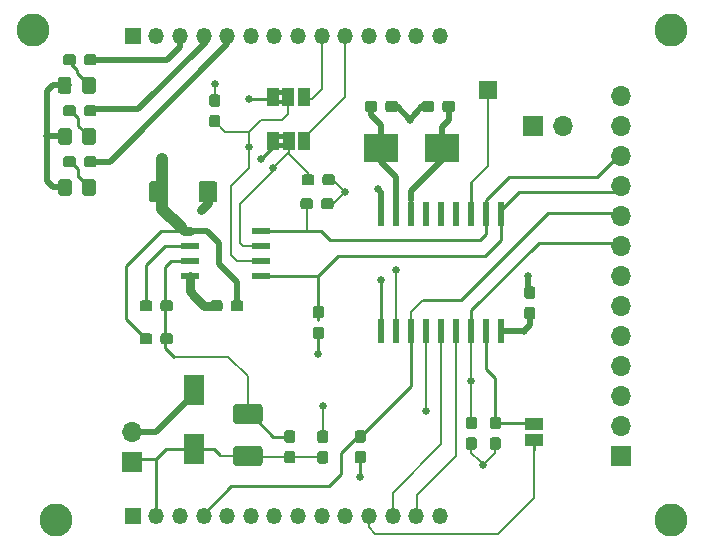
<source format=gtl>
G04 #@! TF.GenerationSoftware,KiCad,Pcbnew,(5.1.0-0)*
G04 #@! TF.CreationDate,2019-04-23T18:51:06+03:00*
G04 #@! TF.ProjectId,ovms-swcan,6f766d73-2d73-4776-9361-6e2e6b696361,1.0*
G04 #@! TF.SameCoordinates,Original*
G04 #@! TF.FileFunction,Copper,L1,Top*
G04 #@! TF.FilePolarity,Positive*
%FSLAX46Y46*%
G04 Gerber Fmt 4.6, Leading zero omitted, Abs format (unit mm)*
G04 Created by KiCad (PCBNEW (5.1.0-0)) date 2019-04-23 18:51:06*
%MOMM*%
%LPD*%
G04 APERTURE LIST*
%ADD10C,0.100000*%
%ADD11C,1.575000*%
%ADD12R,1.550000X0.600000*%
%ADD13C,0.950000*%
%ADD14C,1.150000*%
%ADD15R,3.000000X2.400000*%
%ADD16R,0.600000X2.000000*%
%ADD17R,1.800000X2.500000*%
%ADD18R,1.500000X1.500000*%
%ADD19C,1.700000*%
%ADD20R,1.000000X1.500000*%
%ADD21R,1.500000X1.000000*%
%ADD22O,1.700000X1.700000*%
%ADD23R,1.700000X1.700000*%
%ADD24O,1.350000X1.350000*%
%ADD25R,1.350000X1.350000*%
%ADD26C,2.800000*%
%ADD27C,0.635000*%
%ADD28C,0.800000*%
%ADD29C,0.250000*%
%ADD30C,0.500000*%
%ADD31C,0.203200*%
%ADD32C,1.000000*%
G04 APERTURE END LIST*
D10*
G36*
X125876000Y-66456000D02*
G01*
X126376000Y-66456000D01*
X126376000Y-66856000D01*
X125876000Y-66856000D01*
X125876000Y-66456000D01*
G37*
G36*
X125876000Y-67256000D02*
G01*
X126376000Y-67256000D01*
X126376000Y-67656000D01*
X125876000Y-67656000D01*
X125876000Y-67256000D01*
G37*
G36*
X125846000Y-62773000D02*
G01*
X126346000Y-62773000D01*
X126346000Y-63173000D01*
X125846000Y-63173000D01*
X125846000Y-62773000D01*
G37*
G36*
X125846000Y-63573000D02*
G01*
X126346000Y-63573000D01*
X126346000Y-63973000D01*
X125846000Y-63973000D01*
X125846000Y-63573000D01*
G37*
G36*
X116330505Y-70475204D02*
G01*
X116354773Y-70478804D01*
X116378572Y-70484765D01*
X116401671Y-70493030D01*
X116423850Y-70503520D01*
X116444893Y-70516132D01*
X116464599Y-70530747D01*
X116482777Y-70547223D01*
X116499253Y-70565401D01*
X116513868Y-70585107D01*
X116526480Y-70606150D01*
X116536970Y-70628329D01*
X116545235Y-70651428D01*
X116551196Y-70675227D01*
X116554796Y-70699495D01*
X116556000Y-70723999D01*
X116556000Y-72024001D01*
X116554796Y-72048505D01*
X116551196Y-72072773D01*
X116545235Y-72096572D01*
X116536970Y-72119671D01*
X116526480Y-72141850D01*
X116513868Y-72162893D01*
X116499253Y-72182599D01*
X116482777Y-72200777D01*
X116464599Y-72217253D01*
X116444893Y-72231868D01*
X116423850Y-72244480D01*
X116401671Y-72254970D01*
X116378572Y-72263235D01*
X116354773Y-72269196D01*
X116330505Y-72272796D01*
X116306001Y-72274000D01*
X115230999Y-72274000D01*
X115206495Y-72272796D01*
X115182227Y-72269196D01*
X115158428Y-72263235D01*
X115135329Y-72254970D01*
X115113150Y-72244480D01*
X115092107Y-72231868D01*
X115072401Y-72217253D01*
X115054223Y-72200777D01*
X115037747Y-72182599D01*
X115023132Y-72162893D01*
X115010520Y-72141850D01*
X115000030Y-72119671D01*
X114991765Y-72096572D01*
X114985804Y-72072773D01*
X114982204Y-72048505D01*
X114981000Y-72024001D01*
X114981000Y-70723999D01*
X114982204Y-70699495D01*
X114985804Y-70675227D01*
X114991765Y-70651428D01*
X115000030Y-70628329D01*
X115010520Y-70606150D01*
X115023132Y-70585107D01*
X115037747Y-70565401D01*
X115054223Y-70547223D01*
X115072401Y-70530747D01*
X115092107Y-70516132D01*
X115113150Y-70503520D01*
X115135329Y-70493030D01*
X115158428Y-70484765D01*
X115182227Y-70478804D01*
X115206495Y-70475204D01*
X115230999Y-70474000D01*
X116306001Y-70474000D01*
X116330505Y-70475204D01*
X116330505Y-70475204D01*
G37*
D11*
X115768500Y-71374000D03*
D10*
G36*
X120505505Y-70475204D02*
G01*
X120529773Y-70478804D01*
X120553572Y-70484765D01*
X120576671Y-70493030D01*
X120598850Y-70503520D01*
X120619893Y-70516132D01*
X120639599Y-70530747D01*
X120657777Y-70547223D01*
X120674253Y-70565401D01*
X120688868Y-70585107D01*
X120701480Y-70606150D01*
X120711970Y-70628329D01*
X120720235Y-70651428D01*
X120726196Y-70675227D01*
X120729796Y-70699495D01*
X120731000Y-70723999D01*
X120731000Y-72024001D01*
X120729796Y-72048505D01*
X120726196Y-72072773D01*
X120720235Y-72096572D01*
X120711970Y-72119671D01*
X120701480Y-72141850D01*
X120688868Y-72162893D01*
X120674253Y-72182599D01*
X120657777Y-72200777D01*
X120639599Y-72217253D01*
X120619893Y-72231868D01*
X120598850Y-72244480D01*
X120576671Y-72254970D01*
X120553572Y-72263235D01*
X120529773Y-72269196D01*
X120505505Y-72272796D01*
X120481001Y-72274000D01*
X119405999Y-72274000D01*
X119381495Y-72272796D01*
X119357227Y-72269196D01*
X119333428Y-72263235D01*
X119310329Y-72254970D01*
X119288150Y-72244480D01*
X119267107Y-72231868D01*
X119247401Y-72217253D01*
X119229223Y-72200777D01*
X119212747Y-72182599D01*
X119198132Y-72162893D01*
X119185520Y-72141850D01*
X119175030Y-72119671D01*
X119166765Y-72096572D01*
X119160804Y-72072773D01*
X119157204Y-72048505D01*
X119156000Y-72024001D01*
X119156000Y-70723999D01*
X119157204Y-70699495D01*
X119160804Y-70675227D01*
X119166765Y-70651428D01*
X119175030Y-70628329D01*
X119185520Y-70606150D01*
X119198132Y-70585107D01*
X119212747Y-70565401D01*
X119229223Y-70547223D01*
X119247401Y-70530747D01*
X119267107Y-70516132D01*
X119288150Y-70503520D01*
X119310329Y-70493030D01*
X119333428Y-70484765D01*
X119357227Y-70478804D01*
X119381495Y-70475204D01*
X119405999Y-70474000D01*
X120481001Y-70474000D01*
X120505505Y-70475204D01*
X120505505Y-70475204D01*
G37*
D11*
X119943500Y-71374000D03*
D12*
X124412000Y-78486000D03*
X124412000Y-77216000D03*
X124412000Y-75946000D03*
X124412000Y-74676000D03*
X118412000Y-74676000D03*
X118412000Y-75946000D03*
X118412000Y-77216000D03*
X118412000Y-78486000D03*
D10*
G36*
X110278779Y-68360144D02*
G01*
X110301834Y-68363563D01*
X110324443Y-68369227D01*
X110346387Y-68377079D01*
X110367457Y-68387044D01*
X110387448Y-68399026D01*
X110406168Y-68412910D01*
X110423438Y-68428562D01*
X110439090Y-68445832D01*
X110452974Y-68464552D01*
X110464956Y-68484543D01*
X110474921Y-68505613D01*
X110482773Y-68527557D01*
X110488437Y-68550166D01*
X110491856Y-68573221D01*
X110493000Y-68596500D01*
X110493000Y-69071500D01*
X110491856Y-69094779D01*
X110488437Y-69117834D01*
X110482773Y-69140443D01*
X110474921Y-69162387D01*
X110464956Y-69183457D01*
X110452974Y-69203448D01*
X110439090Y-69222168D01*
X110423438Y-69239438D01*
X110406168Y-69255090D01*
X110387448Y-69268974D01*
X110367457Y-69280956D01*
X110346387Y-69290921D01*
X110324443Y-69298773D01*
X110301834Y-69304437D01*
X110278779Y-69307856D01*
X110255500Y-69309000D01*
X109680500Y-69309000D01*
X109657221Y-69307856D01*
X109634166Y-69304437D01*
X109611557Y-69298773D01*
X109589613Y-69290921D01*
X109568543Y-69280956D01*
X109548552Y-69268974D01*
X109529832Y-69255090D01*
X109512562Y-69239438D01*
X109496910Y-69222168D01*
X109483026Y-69203448D01*
X109471044Y-69183457D01*
X109461079Y-69162387D01*
X109453227Y-69140443D01*
X109447563Y-69117834D01*
X109444144Y-69094779D01*
X109443000Y-69071500D01*
X109443000Y-68596500D01*
X109444144Y-68573221D01*
X109447563Y-68550166D01*
X109453227Y-68527557D01*
X109461079Y-68505613D01*
X109471044Y-68484543D01*
X109483026Y-68464552D01*
X109496910Y-68445832D01*
X109512562Y-68428562D01*
X109529832Y-68412910D01*
X109548552Y-68399026D01*
X109568543Y-68387044D01*
X109589613Y-68377079D01*
X109611557Y-68369227D01*
X109634166Y-68363563D01*
X109657221Y-68360144D01*
X109680500Y-68359000D01*
X110255500Y-68359000D01*
X110278779Y-68360144D01*
X110278779Y-68360144D01*
G37*
D13*
X109968000Y-68834000D03*
D10*
G36*
X108528779Y-68360144D02*
G01*
X108551834Y-68363563D01*
X108574443Y-68369227D01*
X108596387Y-68377079D01*
X108617457Y-68387044D01*
X108637448Y-68399026D01*
X108656168Y-68412910D01*
X108673438Y-68428562D01*
X108689090Y-68445832D01*
X108702974Y-68464552D01*
X108714956Y-68484543D01*
X108724921Y-68505613D01*
X108732773Y-68527557D01*
X108738437Y-68550166D01*
X108741856Y-68573221D01*
X108743000Y-68596500D01*
X108743000Y-69071500D01*
X108741856Y-69094779D01*
X108738437Y-69117834D01*
X108732773Y-69140443D01*
X108724921Y-69162387D01*
X108714956Y-69183457D01*
X108702974Y-69203448D01*
X108689090Y-69222168D01*
X108673438Y-69239438D01*
X108656168Y-69255090D01*
X108637448Y-69268974D01*
X108617457Y-69280956D01*
X108596387Y-69290921D01*
X108574443Y-69298773D01*
X108551834Y-69304437D01*
X108528779Y-69307856D01*
X108505500Y-69309000D01*
X107930500Y-69309000D01*
X107907221Y-69307856D01*
X107884166Y-69304437D01*
X107861557Y-69298773D01*
X107839613Y-69290921D01*
X107818543Y-69280956D01*
X107798552Y-69268974D01*
X107779832Y-69255090D01*
X107762562Y-69239438D01*
X107746910Y-69222168D01*
X107733026Y-69203448D01*
X107721044Y-69183457D01*
X107711079Y-69162387D01*
X107703227Y-69140443D01*
X107697563Y-69117834D01*
X107694144Y-69094779D01*
X107693000Y-69071500D01*
X107693000Y-68596500D01*
X107694144Y-68573221D01*
X107697563Y-68550166D01*
X107703227Y-68527557D01*
X107711079Y-68505613D01*
X107721044Y-68484543D01*
X107733026Y-68464552D01*
X107746910Y-68445832D01*
X107762562Y-68428562D01*
X107779832Y-68412910D01*
X107798552Y-68399026D01*
X107818543Y-68387044D01*
X107839613Y-68377079D01*
X107861557Y-68369227D01*
X107884166Y-68363563D01*
X107907221Y-68360144D01*
X107930500Y-68359000D01*
X108505500Y-68359000D01*
X108528779Y-68360144D01*
X108528779Y-68360144D01*
G37*
D13*
X108218000Y-68834000D03*
D10*
G36*
X110278779Y-64042144D02*
G01*
X110301834Y-64045563D01*
X110324443Y-64051227D01*
X110346387Y-64059079D01*
X110367457Y-64069044D01*
X110387448Y-64081026D01*
X110406168Y-64094910D01*
X110423438Y-64110562D01*
X110439090Y-64127832D01*
X110452974Y-64146552D01*
X110464956Y-64166543D01*
X110474921Y-64187613D01*
X110482773Y-64209557D01*
X110488437Y-64232166D01*
X110491856Y-64255221D01*
X110493000Y-64278500D01*
X110493000Y-64753500D01*
X110491856Y-64776779D01*
X110488437Y-64799834D01*
X110482773Y-64822443D01*
X110474921Y-64844387D01*
X110464956Y-64865457D01*
X110452974Y-64885448D01*
X110439090Y-64904168D01*
X110423438Y-64921438D01*
X110406168Y-64937090D01*
X110387448Y-64950974D01*
X110367457Y-64962956D01*
X110346387Y-64972921D01*
X110324443Y-64980773D01*
X110301834Y-64986437D01*
X110278779Y-64989856D01*
X110255500Y-64991000D01*
X109680500Y-64991000D01*
X109657221Y-64989856D01*
X109634166Y-64986437D01*
X109611557Y-64980773D01*
X109589613Y-64972921D01*
X109568543Y-64962956D01*
X109548552Y-64950974D01*
X109529832Y-64937090D01*
X109512562Y-64921438D01*
X109496910Y-64904168D01*
X109483026Y-64885448D01*
X109471044Y-64865457D01*
X109461079Y-64844387D01*
X109453227Y-64822443D01*
X109447563Y-64799834D01*
X109444144Y-64776779D01*
X109443000Y-64753500D01*
X109443000Y-64278500D01*
X109444144Y-64255221D01*
X109447563Y-64232166D01*
X109453227Y-64209557D01*
X109461079Y-64187613D01*
X109471044Y-64166543D01*
X109483026Y-64146552D01*
X109496910Y-64127832D01*
X109512562Y-64110562D01*
X109529832Y-64094910D01*
X109548552Y-64081026D01*
X109568543Y-64069044D01*
X109589613Y-64059079D01*
X109611557Y-64051227D01*
X109634166Y-64045563D01*
X109657221Y-64042144D01*
X109680500Y-64041000D01*
X110255500Y-64041000D01*
X110278779Y-64042144D01*
X110278779Y-64042144D01*
G37*
D13*
X109968000Y-64516000D03*
D10*
G36*
X108528779Y-64042144D02*
G01*
X108551834Y-64045563D01*
X108574443Y-64051227D01*
X108596387Y-64059079D01*
X108617457Y-64069044D01*
X108637448Y-64081026D01*
X108656168Y-64094910D01*
X108673438Y-64110562D01*
X108689090Y-64127832D01*
X108702974Y-64146552D01*
X108714956Y-64166543D01*
X108724921Y-64187613D01*
X108732773Y-64209557D01*
X108738437Y-64232166D01*
X108741856Y-64255221D01*
X108743000Y-64278500D01*
X108743000Y-64753500D01*
X108741856Y-64776779D01*
X108738437Y-64799834D01*
X108732773Y-64822443D01*
X108724921Y-64844387D01*
X108714956Y-64865457D01*
X108702974Y-64885448D01*
X108689090Y-64904168D01*
X108673438Y-64921438D01*
X108656168Y-64937090D01*
X108637448Y-64950974D01*
X108617457Y-64962956D01*
X108596387Y-64972921D01*
X108574443Y-64980773D01*
X108551834Y-64986437D01*
X108528779Y-64989856D01*
X108505500Y-64991000D01*
X107930500Y-64991000D01*
X107907221Y-64989856D01*
X107884166Y-64986437D01*
X107861557Y-64980773D01*
X107839613Y-64972921D01*
X107818543Y-64962956D01*
X107798552Y-64950974D01*
X107779832Y-64937090D01*
X107762562Y-64921438D01*
X107746910Y-64904168D01*
X107733026Y-64885448D01*
X107721044Y-64865457D01*
X107711079Y-64844387D01*
X107703227Y-64822443D01*
X107697563Y-64799834D01*
X107694144Y-64776779D01*
X107693000Y-64753500D01*
X107693000Y-64278500D01*
X107694144Y-64255221D01*
X107697563Y-64232166D01*
X107703227Y-64209557D01*
X107711079Y-64187613D01*
X107721044Y-64166543D01*
X107733026Y-64146552D01*
X107746910Y-64127832D01*
X107762562Y-64110562D01*
X107779832Y-64094910D01*
X107798552Y-64081026D01*
X107818543Y-64069044D01*
X107839613Y-64059079D01*
X107861557Y-64051227D01*
X107884166Y-64045563D01*
X107907221Y-64042144D01*
X107930500Y-64041000D01*
X108505500Y-64041000D01*
X108528779Y-64042144D01*
X108528779Y-64042144D01*
G37*
D13*
X108218000Y-64516000D03*
D10*
G36*
X108528779Y-59724144D02*
G01*
X108551834Y-59727563D01*
X108574443Y-59733227D01*
X108596387Y-59741079D01*
X108617457Y-59751044D01*
X108637448Y-59763026D01*
X108656168Y-59776910D01*
X108673438Y-59792562D01*
X108689090Y-59809832D01*
X108702974Y-59828552D01*
X108714956Y-59848543D01*
X108724921Y-59869613D01*
X108732773Y-59891557D01*
X108738437Y-59914166D01*
X108741856Y-59937221D01*
X108743000Y-59960500D01*
X108743000Y-60435500D01*
X108741856Y-60458779D01*
X108738437Y-60481834D01*
X108732773Y-60504443D01*
X108724921Y-60526387D01*
X108714956Y-60547457D01*
X108702974Y-60567448D01*
X108689090Y-60586168D01*
X108673438Y-60603438D01*
X108656168Y-60619090D01*
X108637448Y-60632974D01*
X108617457Y-60644956D01*
X108596387Y-60654921D01*
X108574443Y-60662773D01*
X108551834Y-60668437D01*
X108528779Y-60671856D01*
X108505500Y-60673000D01*
X107930500Y-60673000D01*
X107907221Y-60671856D01*
X107884166Y-60668437D01*
X107861557Y-60662773D01*
X107839613Y-60654921D01*
X107818543Y-60644956D01*
X107798552Y-60632974D01*
X107779832Y-60619090D01*
X107762562Y-60603438D01*
X107746910Y-60586168D01*
X107733026Y-60567448D01*
X107721044Y-60547457D01*
X107711079Y-60526387D01*
X107703227Y-60504443D01*
X107697563Y-60481834D01*
X107694144Y-60458779D01*
X107693000Y-60435500D01*
X107693000Y-59960500D01*
X107694144Y-59937221D01*
X107697563Y-59914166D01*
X107703227Y-59891557D01*
X107711079Y-59869613D01*
X107721044Y-59848543D01*
X107733026Y-59828552D01*
X107746910Y-59809832D01*
X107762562Y-59792562D01*
X107779832Y-59776910D01*
X107798552Y-59763026D01*
X107818543Y-59751044D01*
X107839613Y-59741079D01*
X107861557Y-59733227D01*
X107884166Y-59727563D01*
X107907221Y-59724144D01*
X107930500Y-59723000D01*
X108505500Y-59723000D01*
X108528779Y-59724144D01*
X108528779Y-59724144D01*
G37*
D13*
X108218000Y-60198000D03*
D10*
G36*
X110278779Y-59724144D02*
G01*
X110301834Y-59727563D01*
X110324443Y-59733227D01*
X110346387Y-59741079D01*
X110367457Y-59751044D01*
X110387448Y-59763026D01*
X110406168Y-59776910D01*
X110423438Y-59792562D01*
X110439090Y-59809832D01*
X110452974Y-59828552D01*
X110464956Y-59848543D01*
X110474921Y-59869613D01*
X110482773Y-59891557D01*
X110488437Y-59914166D01*
X110491856Y-59937221D01*
X110493000Y-59960500D01*
X110493000Y-60435500D01*
X110491856Y-60458779D01*
X110488437Y-60481834D01*
X110482773Y-60504443D01*
X110474921Y-60526387D01*
X110464956Y-60547457D01*
X110452974Y-60567448D01*
X110439090Y-60586168D01*
X110423438Y-60603438D01*
X110406168Y-60619090D01*
X110387448Y-60632974D01*
X110367457Y-60644956D01*
X110346387Y-60654921D01*
X110324443Y-60662773D01*
X110301834Y-60668437D01*
X110278779Y-60671856D01*
X110255500Y-60673000D01*
X109680500Y-60673000D01*
X109657221Y-60671856D01*
X109634166Y-60668437D01*
X109611557Y-60662773D01*
X109589613Y-60654921D01*
X109568543Y-60644956D01*
X109548552Y-60632974D01*
X109529832Y-60619090D01*
X109512562Y-60603438D01*
X109496910Y-60586168D01*
X109483026Y-60567448D01*
X109471044Y-60547457D01*
X109461079Y-60526387D01*
X109453227Y-60504443D01*
X109447563Y-60481834D01*
X109444144Y-60458779D01*
X109443000Y-60435500D01*
X109443000Y-59960500D01*
X109444144Y-59937221D01*
X109447563Y-59914166D01*
X109453227Y-59891557D01*
X109461079Y-59869613D01*
X109471044Y-59848543D01*
X109483026Y-59828552D01*
X109496910Y-59809832D01*
X109512562Y-59792562D01*
X109529832Y-59776910D01*
X109548552Y-59763026D01*
X109568543Y-59751044D01*
X109589613Y-59741079D01*
X109611557Y-59733227D01*
X109634166Y-59727563D01*
X109657221Y-59724144D01*
X109680500Y-59723000D01*
X110255500Y-59723000D01*
X110278779Y-59724144D01*
X110278779Y-59724144D01*
G37*
D13*
X109968000Y-60198000D03*
D10*
G36*
X108172505Y-70294204D02*
G01*
X108196773Y-70297804D01*
X108220572Y-70303765D01*
X108243671Y-70312030D01*
X108265850Y-70322520D01*
X108286893Y-70335132D01*
X108306599Y-70349747D01*
X108324777Y-70366223D01*
X108341253Y-70384401D01*
X108355868Y-70404107D01*
X108368480Y-70425150D01*
X108378970Y-70447329D01*
X108387235Y-70470428D01*
X108393196Y-70494227D01*
X108396796Y-70518495D01*
X108398000Y-70542999D01*
X108398000Y-71443001D01*
X108396796Y-71467505D01*
X108393196Y-71491773D01*
X108387235Y-71515572D01*
X108378970Y-71538671D01*
X108368480Y-71560850D01*
X108355868Y-71581893D01*
X108341253Y-71601599D01*
X108324777Y-71619777D01*
X108306599Y-71636253D01*
X108286893Y-71650868D01*
X108265850Y-71663480D01*
X108243671Y-71673970D01*
X108220572Y-71682235D01*
X108196773Y-71688196D01*
X108172505Y-71691796D01*
X108148001Y-71693000D01*
X107497999Y-71693000D01*
X107473495Y-71691796D01*
X107449227Y-71688196D01*
X107425428Y-71682235D01*
X107402329Y-71673970D01*
X107380150Y-71663480D01*
X107359107Y-71650868D01*
X107339401Y-71636253D01*
X107321223Y-71619777D01*
X107304747Y-71601599D01*
X107290132Y-71581893D01*
X107277520Y-71560850D01*
X107267030Y-71538671D01*
X107258765Y-71515572D01*
X107252804Y-71491773D01*
X107249204Y-71467505D01*
X107248000Y-71443001D01*
X107248000Y-70542999D01*
X107249204Y-70518495D01*
X107252804Y-70494227D01*
X107258765Y-70470428D01*
X107267030Y-70447329D01*
X107277520Y-70425150D01*
X107290132Y-70404107D01*
X107304747Y-70384401D01*
X107321223Y-70366223D01*
X107339401Y-70349747D01*
X107359107Y-70335132D01*
X107380150Y-70322520D01*
X107402329Y-70312030D01*
X107425428Y-70303765D01*
X107449227Y-70297804D01*
X107473495Y-70294204D01*
X107497999Y-70293000D01*
X108148001Y-70293000D01*
X108172505Y-70294204D01*
X108172505Y-70294204D01*
G37*
D14*
X107823000Y-70993000D03*
D10*
G36*
X110222505Y-70294204D02*
G01*
X110246773Y-70297804D01*
X110270572Y-70303765D01*
X110293671Y-70312030D01*
X110315850Y-70322520D01*
X110336893Y-70335132D01*
X110356599Y-70349747D01*
X110374777Y-70366223D01*
X110391253Y-70384401D01*
X110405868Y-70404107D01*
X110418480Y-70425150D01*
X110428970Y-70447329D01*
X110437235Y-70470428D01*
X110443196Y-70494227D01*
X110446796Y-70518495D01*
X110448000Y-70542999D01*
X110448000Y-71443001D01*
X110446796Y-71467505D01*
X110443196Y-71491773D01*
X110437235Y-71515572D01*
X110428970Y-71538671D01*
X110418480Y-71560850D01*
X110405868Y-71581893D01*
X110391253Y-71601599D01*
X110374777Y-71619777D01*
X110356599Y-71636253D01*
X110336893Y-71650868D01*
X110315850Y-71663480D01*
X110293671Y-71673970D01*
X110270572Y-71682235D01*
X110246773Y-71688196D01*
X110222505Y-71691796D01*
X110198001Y-71693000D01*
X109547999Y-71693000D01*
X109523495Y-71691796D01*
X109499227Y-71688196D01*
X109475428Y-71682235D01*
X109452329Y-71673970D01*
X109430150Y-71663480D01*
X109409107Y-71650868D01*
X109389401Y-71636253D01*
X109371223Y-71619777D01*
X109354747Y-71601599D01*
X109340132Y-71581893D01*
X109327520Y-71560850D01*
X109317030Y-71538671D01*
X109308765Y-71515572D01*
X109302804Y-71491773D01*
X109299204Y-71467505D01*
X109298000Y-71443001D01*
X109298000Y-70542999D01*
X109299204Y-70518495D01*
X109302804Y-70494227D01*
X109308765Y-70470428D01*
X109317030Y-70447329D01*
X109327520Y-70425150D01*
X109340132Y-70404107D01*
X109354747Y-70384401D01*
X109371223Y-70366223D01*
X109389401Y-70349747D01*
X109409107Y-70335132D01*
X109430150Y-70322520D01*
X109452329Y-70312030D01*
X109475428Y-70303765D01*
X109499227Y-70297804D01*
X109523495Y-70294204D01*
X109547999Y-70293000D01*
X110198001Y-70293000D01*
X110222505Y-70294204D01*
X110222505Y-70294204D01*
G37*
D14*
X109873000Y-70993000D03*
D10*
G36*
X108172505Y-65976204D02*
G01*
X108196773Y-65979804D01*
X108220572Y-65985765D01*
X108243671Y-65994030D01*
X108265850Y-66004520D01*
X108286893Y-66017132D01*
X108306599Y-66031747D01*
X108324777Y-66048223D01*
X108341253Y-66066401D01*
X108355868Y-66086107D01*
X108368480Y-66107150D01*
X108378970Y-66129329D01*
X108387235Y-66152428D01*
X108393196Y-66176227D01*
X108396796Y-66200495D01*
X108398000Y-66224999D01*
X108398000Y-67125001D01*
X108396796Y-67149505D01*
X108393196Y-67173773D01*
X108387235Y-67197572D01*
X108378970Y-67220671D01*
X108368480Y-67242850D01*
X108355868Y-67263893D01*
X108341253Y-67283599D01*
X108324777Y-67301777D01*
X108306599Y-67318253D01*
X108286893Y-67332868D01*
X108265850Y-67345480D01*
X108243671Y-67355970D01*
X108220572Y-67364235D01*
X108196773Y-67370196D01*
X108172505Y-67373796D01*
X108148001Y-67375000D01*
X107497999Y-67375000D01*
X107473495Y-67373796D01*
X107449227Y-67370196D01*
X107425428Y-67364235D01*
X107402329Y-67355970D01*
X107380150Y-67345480D01*
X107359107Y-67332868D01*
X107339401Y-67318253D01*
X107321223Y-67301777D01*
X107304747Y-67283599D01*
X107290132Y-67263893D01*
X107277520Y-67242850D01*
X107267030Y-67220671D01*
X107258765Y-67197572D01*
X107252804Y-67173773D01*
X107249204Y-67149505D01*
X107248000Y-67125001D01*
X107248000Y-66224999D01*
X107249204Y-66200495D01*
X107252804Y-66176227D01*
X107258765Y-66152428D01*
X107267030Y-66129329D01*
X107277520Y-66107150D01*
X107290132Y-66086107D01*
X107304747Y-66066401D01*
X107321223Y-66048223D01*
X107339401Y-66031747D01*
X107359107Y-66017132D01*
X107380150Y-66004520D01*
X107402329Y-65994030D01*
X107425428Y-65985765D01*
X107449227Y-65979804D01*
X107473495Y-65976204D01*
X107497999Y-65975000D01*
X108148001Y-65975000D01*
X108172505Y-65976204D01*
X108172505Y-65976204D01*
G37*
D14*
X107823000Y-66675000D03*
D10*
G36*
X110222505Y-65976204D02*
G01*
X110246773Y-65979804D01*
X110270572Y-65985765D01*
X110293671Y-65994030D01*
X110315850Y-66004520D01*
X110336893Y-66017132D01*
X110356599Y-66031747D01*
X110374777Y-66048223D01*
X110391253Y-66066401D01*
X110405868Y-66086107D01*
X110418480Y-66107150D01*
X110428970Y-66129329D01*
X110437235Y-66152428D01*
X110443196Y-66176227D01*
X110446796Y-66200495D01*
X110448000Y-66224999D01*
X110448000Y-67125001D01*
X110446796Y-67149505D01*
X110443196Y-67173773D01*
X110437235Y-67197572D01*
X110428970Y-67220671D01*
X110418480Y-67242850D01*
X110405868Y-67263893D01*
X110391253Y-67283599D01*
X110374777Y-67301777D01*
X110356599Y-67318253D01*
X110336893Y-67332868D01*
X110315850Y-67345480D01*
X110293671Y-67355970D01*
X110270572Y-67364235D01*
X110246773Y-67370196D01*
X110222505Y-67373796D01*
X110198001Y-67375000D01*
X109547999Y-67375000D01*
X109523495Y-67373796D01*
X109499227Y-67370196D01*
X109475428Y-67364235D01*
X109452329Y-67355970D01*
X109430150Y-67345480D01*
X109409107Y-67332868D01*
X109389401Y-67318253D01*
X109371223Y-67301777D01*
X109354747Y-67283599D01*
X109340132Y-67263893D01*
X109327520Y-67242850D01*
X109317030Y-67220671D01*
X109308765Y-67197572D01*
X109302804Y-67173773D01*
X109299204Y-67149505D01*
X109298000Y-67125001D01*
X109298000Y-66224999D01*
X109299204Y-66200495D01*
X109302804Y-66176227D01*
X109308765Y-66152428D01*
X109317030Y-66129329D01*
X109327520Y-66107150D01*
X109340132Y-66086107D01*
X109354747Y-66066401D01*
X109371223Y-66048223D01*
X109389401Y-66031747D01*
X109409107Y-66017132D01*
X109430150Y-66004520D01*
X109452329Y-65994030D01*
X109475428Y-65985765D01*
X109499227Y-65979804D01*
X109523495Y-65976204D01*
X109547999Y-65975000D01*
X110198001Y-65975000D01*
X110222505Y-65976204D01*
X110222505Y-65976204D01*
G37*
D14*
X109873000Y-66675000D03*
D10*
G36*
X108154505Y-61658204D02*
G01*
X108178773Y-61661804D01*
X108202572Y-61667765D01*
X108225671Y-61676030D01*
X108247850Y-61686520D01*
X108268893Y-61699132D01*
X108288599Y-61713747D01*
X108306777Y-61730223D01*
X108323253Y-61748401D01*
X108337868Y-61768107D01*
X108350480Y-61789150D01*
X108360970Y-61811329D01*
X108369235Y-61834428D01*
X108375196Y-61858227D01*
X108378796Y-61882495D01*
X108380000Y-61906999D01*
X108380000Y-62807001D01*
X108378796Y-62831505D01*
X108375196Y-62855773D01*
X108369235Y-62879572D01*
X108360970Y-62902671D01*
X108350480Y-62924850D01*
X108337868Y-62945893D01*
X108323253Y-62965599D01*
X108306777Y-62983777D01*
X108288599Y-63000253D01*
X108268893Y-63014868D01*
X108247850Y-63027480D01*
X108225671Y-63037970D01*
X108202572Y-63046235D01*
X108178773Y-63052196D01*
X108154505Y-63055796D01*
X108130001Y-63057000D01*
X107479999Y-63057000D01*
X107455495Y-63055796D01*
X107431227Y-63052196D01*
X107407428Y-63046235D01*
X107384329Y-63037970D01*
X107362150Y-63027480D01*
X107341107Y-63014868D01*
X107321401Y-63000253D01*
X107303223Y-62983777D01*
X107286747Y-62965599D01*
X107272132Y-62945893D01*
X107259520Y-62924850D01*
X107249030Y-62902671D01*
X107240765Y-62879572D01*
X107234804Y-62855773D01*
X107231204Y-62831505D01*
X107230000Y-62807001D01*
X107230000Y-61906999D01*
X107231204Y-61882495D01*
X107234804Y-61858227D01*
X107240765Y-61834428D01*
X107249030Y-61811329D01*
X107259520Y-61789150D01*
X107272132Y-61768107D01*
X107286747Y-61748401D01*
X107303223Y-61730223D01*
X107321401Y-61713747D01*
X107341107Y-61699132D01*
X107362150Y-61686520D01*
X107384329Y-61676030D01*
X107407428Y-61667765D01*
X107431227Y-61661804D01*
X107455495Y-61658204D01*
X107479999Y-61657000D01*
X108130001Y-61657000D01*
X108154505Y-61658204D01*
X108154505Y-61658204D01*
G37*
D14*
X107805000Y-62357000D03*
D10*
G36*
X110204505Y-61658204D02*
G01*
X110228773Y-61661804D01*
X110252572Y-61667765D01*
X110275671Y-61676030D01*
X110297850Y-61686520D01*
X110318893Y-61699132D01*
X110338599Y-61713747D01*
X110356777Y-61730223D01*
X110373253Y-61748401D01*
X110387868Y-61768107D01*
X110400480Y-61789150D01*
X110410970Y-61811329D01*
X110419235Y-61834428D01*
X110425196Y-61858227D01*
X110428796Y-61882495D01*
X110430000Y-61906999D01*
X110430000Y-62807001D01*
X110428796Y-62831505D01*
X110425196Y-62855773D01*
X110419235Y-62879572D01*
X110410970Y-62902671D01*
X110400480Y-62924850D01*
X110387868Y-62945893D01*
X110373253Y-62965599D01*
X110356777Y-62983777D01*
X110338599Y-63000253D01*
X110318893Y-63014868D01*
X110297850Y-63027480D01*
X110275671Y-63037970D01*
X110252572Y-63046235D01*
X110228773Y-63052196D01*
X110204505Y-63055796D01*
X110180001Y-63057000D01*
X109529999Y-63057000D01*
X109505495Y-63055796D01*
X109481227Y-63052196D01*
X109457428Y-63046235D01*
X109434329Y-63037970D01*
X109412150Y-63027480D01*
X109391107Y-63014868D01*
X109371401Y-63000253D01*
X109353223Y-62983777D01*
X109336747Y-62965599D01*
X109322132Y-62945893D01*
X109309520Y-62924850D01*
X109299030Y-62902671D01*
X109290765Y-62879572D01*
X109284804Y-62855773D01*
X109281204Y-62831505D01*
X109280000Y-62807001D01*
X109280000Y-61906999D01*
X109281204Y-61882495D01*
X109284804Y-61858227D01*
X109290765Y-61834428D01*
X109299030Y-61811329D01*
X109309520Y-61789150D01*
X109322132Y-61768107D01*
X109336747Y-61748401D01*
X109353223Y-61730223D01*
X109371401Y-61713747D01*
X109391107Y-61699132D01*
X109412150Y-61686520D01*
X109434329Y-61676030D01*
X109457428Y-61667765D01*
X109481227Y-61661804D01*
X109505495Y-61658204D01*
X109529999Y-61657000D01*
X110180001Y-61657000D01*
X110204505Y-61658204D01*
X110204505Y-61658204D01*
G37*
D14*
X109855000Y-62357000D03*
D15*
X139760000Y-67691000D03*
X134560000Y-67691000D03*
D16*
X144780000Y-73278000D03*
X143510000Y-73278000D03*
X142240000Y-73278000D03*
X140970000Y-73278000D03*
X139700000Y-73278000D03*
X138430000Y-73278000D03*
X137160000Y-73278000D03*
X135890000Y-73278000D03*
X134620000Y-73278000D03*
X134620000Y-83186000D03*
X135890000Y-83186000D03*
X137160000Y-83186000D03*
X138430000Y-83186000D03*
X139700000Y-83186000D03*
X140970000Y-83186000D03*
X142240000Y-83186000D03*
X143510000Y-83186000D03*
X144780000Y-83186000D03*
D17*
X118745000Y-93138000D03*
X118745000Y-88138000D03*
D18*
X143637000Y-62738000D03*
D10*
G36*
X128721779Y-69884144D02*
G01*
X128744834Y-69887563D01*
X128767443Y-69893227D01*
X128789387Y-69901079D01*
X128810457Y-69911044D01*
X128830448Y-69923026D01*
X128849168Y-69936910D01*
X128866438Y-69952562D01*
X128882090Y-69969832D01*
X128895974Y-69988552D01*
X128907956Y-70008543D01*
X128917921Y-70029613D01*
X128925773Y-70051557D01*
X128931437Y-70074166D01*
X128934856Y-70097221D01*
X128936000Y-70120500D01*
X128936000Y-70595500D01*
X128934856Y-70618779D01*
X128931437Y-70641834D01*
X128925773Y-70664443D01*
X128917921Y-70686387D01*
X128907956Y-70707457D01*
X128895974Y-70727448D01*
X128882090Y-70746168D01*
X128866438Y-70763438D01*
X128849168Y-70779090D01*
X128830448Y-70792974D01*
X128810457Y-70804956D01*
X128789387Y-70814921D01*
X128767443Y-70822773D01*
X128744834Y-70828437D01*
X128721779Y-70831856D01*
X128698500Y-70833000D01*
X128123500Y-70833000D01*
X128100221Y-70831856D01*
X128077166Y-70828437D01*
X128054557Y-70822773D01*
X128032613Y-70814921D01*
X128011543Y-70804956D01*
X127991552Y-70792974D01*
X127972832Y-70779090D01*
X127955562Y-70763438D01*
X127939910Y-70746168D01*
X127926026Y-70727448D01*
X127914044Y-70707457D01*
X127904079Y-70686387D01*
X127896227Y-70664443D01*
X127890563Y-70641834D01*
X127887144Y-70618779D01*
X127886000Y-70595500D01*
X127886000Y-70120500D01*
X127887144Y-70097221D01*
X127890563Y-70074166D01*
X127896227Y-70051557D01*
X127904079Y-70029613D01*
X127914044Y-70008543D01*
X127926026Y-69988552D01*
X127939910Y-69969832D01*
X127955562Y-69952562D01*
X127972832Y-69936910D01*
X127991552Y-69923026D01*
X128011543Y-69911044D01*
X128032613Y-69901079D01*
X128054557Y-69893227D01*
X128077166Y-69887563D01*
X128100221Y-69884144D01*
X128123500Y-69883000D01*
X128698500Y-69883000D01*
X128721779Y-69884144D01*
X128721779Y-69884144D01*
G37*
D13*
X128411000Y-70358000D03*
D10*
G36*
X130471779Y-69884144D02*
G01*
X130494834Y-69887563D01*
X130517443Y-69893227D01*
X130539387Y-69901079D01*
X130560457Y-69911044D01*
X130580448Y-69923026D01*
X130599168Y-69936910D01*
X130616438Y-69952562D01*
X130632090Y-69969832D01*
X130645974Y-69988552D01*
X130657956Y-70008543D01*
X130667921Y-70029613D01*
X130675773Y-70051557D01*
X130681437Y-70074166D01*
X130684856Y-70097221D01*
X130686000Y-70120500D01*
X130686000Y-70595500D01*
X130684856Y-70618779D01*
X130681437Y-70641834D01*
X130675773Y-70664443D01*
X130667921Y-70686387D01*
X130657956Y-70707457D01*
X130645974Y-70727448D01*
X130632090Y-70746168D01*
X130616438Y-70763438D01*
X130599168Y-70779090D01*
X130580448Y-70792974D01*
X130560457Y-70804956D01*
X130539387Y-70814921D01*
X130517443Y-70822773D01*
X130494834Y-70828437D01*
X130471779Y-70831856D01*
X130448500Y-70833000D01*
X129873500Y-70833000D01*
X129850221Y-70831856D01*
X129827166Y-70828437D01*
X129804557Y-70822773D01*
X129782613Y-70814921D01*
X129761543Y-70804956D01*
X129741552Y-70792974D01*
X129722832Y-70779090D01*
X129705562Y-70763438D01*
X129689910Y-70746168D01*
X129676026Y-70727448D01*
X129664044Y-70707457D01*
X129654079Y-70686387D01*
X129646227Y-70664443D01*
X129640563Y-70641834D01*
X129637144Y-70618779D01*
X129636000Y-70595500D01*
X129636000Y-70120500D01*
X129637144Y-70097221D01*
X129640563Y-70074166D01*
X129646227Y-70051557D01*
X129654079Y-70029613D01*
X129664044Y-70008543D01*
X129676026Y-69988552D01*
X129689910Y-69969832D01*
X129705562Y-69952562D01*
X129722832Y-69936910D01*
X129741552Y-69923026D01*
X129761543Y-69911044D01*
X129782613Y-69901079D01*
X129804557Y-69893227D01*
X129827166Y-69887563D01*
X129850221Y-69884144D01*
X129873500Y-69883000D01*
X130448500Y-69883000D01*
X130471779Y-69884144D01*
X130471779Y-69884144D01*
G37*
D13*
X130161000Y-70358000D03*
D10*
G36*
X120783779Y-64867144D02*
G01*
X120806834Y-64870563D01*
X120829443Y-64876227D01*
X120851387Y-64884079D01*
X120872457Y-64894044D01*
X120892448Y-64906026D01*
X120911168Y-64919910D01*
X120928438Y-64935562D01*
X120944090Y-64952832D01*
X120957974Y-64971552D01*
X120969956Y-64991543D01*
X120979921Y-65012613D01*
X120987773Y-65034557D01*
X120993437Y-65057166D01*
X120996856Y-65080221D01*
X120998000Y-65103500D01*
X120998000Y-65678500D01*
X120996856Y-65701779D01*
X120993437Y-65724834D01*
X120987773Y-65747443D01*
X120979921Y-65769387D01*
X120969956Y-65790457D01*
X120957974Y-65810448D01*
X120944090Y-65829168D01*
X120928438Y-65846438D01*
X120911168Y-65862090D01*
X120892448Y-65875974D01*
X120872457Y-65887956D01*
X120851387Y-65897921D01*
X120829443Y-65905773D01*
X120806834Y-65911437D01*
X120783779Y-65914856D01*
X120760500Y-65916000D01*
X120285500Y-65916000D01*
X120262221Y-65914856D01*
X120239166Y-65911437D01*
X120216557Y-65905773D01*
X120194613Y-65897921D01*
X120173543Y-65887956D01*
X120153552Y-65875974D01*
X120134832Y-65862090D01*
X120117562Y-65846438D01*
X120101910Y-65829168D01*
X120088026Y-65810448D01*
X120076044Y-65790457D01*
X120066079Y-65769387D01*
X120058227Y-65747443D01*
X120052563Y-65724834D01*
X120049144Y-65701779D01*
X120048000Y-65678500D01*
X120048000Y-65103500D01*
X120049144Y-65080221D01*
X120052563Y-65057166D01*
X120058227Y-65034557D01*
X120066079Y-65012613D01*
X120076044Y-64991543D01*
X120088026Y-64971552D01*
X120101910Y-64952832D01*
X120117562Y-64935562D01*
X120134832Y-64919910D01*
X120153552Y-64906026D01*
X120173543Y-64894044D01*
X120194613Y-64884079D01*
X120216557Y-64876227D01*
X120239166Y-64870563D01*
X120262221Y-64867144D01*
X120285500Y-64866000D01*
X120760500Y-64866000D01*
X120783779Y-64867144D01*
X120783779Y-64867144D01*
G37*
D13*
X120523000Y-65391000D03*
D10*
G36*
X120783779Y-63117144D02*
G01*
X120806834Y-63120563D01*
X120829443Y-63126227D01*
X120851387Y-63134079D01*
X120872457Y-63144044D01*
X120892448Y-63156026D01*
X120911168Y-63169910D01*
X120928438Y-63185562D01*
X120944090Y-63202832D01*
X120957974Y-63221552D01*
X120969956Y-63241543D01*
X120979921Y-63262613D01*
X120987773Y-63284557D01*
X120993437Y-63307166D01*
X120996856Y-63330221D01*
X120998000Y-63353500D01*
X120998000Y-63928500D01*
X120996856Y-63951779D01*
X120993437Y-63974834D01*
X120987773Y-63997443D01*
X120979921Y-64019387D01*
X120969956Y-64040457D01*
X120957974Y-64060448D01*
X120944090Y-64079168D01*
X120928438Y-64096438D01*
X120911168Y-64112090D01*
X120892448Y-64125974D01*
X120872457Y-64137956D01*
X120851387Y-64147921D01*
X120829443Y-64155773D01*
X120806834Y-64161437D01*
X120783779Y-64164856D01*
X120760500Y-64166000D01*
X120285500Y-64166000D01*
X120262221Y-64164856D01*
X120239166Y-64161437D01*
X120216557Y-64155773D01*
X120194613Y-64147921D01*
X120173543Y-64137956D01*
X120153552Y-64125974D01*
X120134832Y-64112090D01*
X120117562Y-64096438D01*
X120101910Y-64079168D01*
X120088026Y-64060448D01*
X120076044Y-64040457D01*
X120066079Y-64019387D01*
X120058227Y-63997443D01*
X120052563Y-63974834D01*
X120049144Y-63951779D01*
X120048000Y-63928500D01*
X120048000Y-63353500D01*
X120049144Y-63330221D01*
X120052563Y-63307166D01*
X120058227Y-63284557D01*
X120066079Y-63262613D01*
X120076044Y-63241543D01*
X120088026Y-63221552D01*
X120101910Y-63202832D01*
X120117562Y-63185562D01*
X120134832Y-63169910D01*
X120153552Y-63156026D01*
X120173543Y-63144044D01*
X120194613Y-63134079D01*
X120216557Y-63126227D01*
X120239166Y-63120563D01*
X120262221Y-63117144D01*
X120285500Y-63116000D01*
X120760500Y-63116000D01*
X120783779Y-63117144D01*
X120783779Y-63117144D01*
G37*
D13*
X120523000Y-63641000D03*
D10*
G36*
X115005779Y-80552144D02*
G01*
X115028834Y-80555563D01*
X115051443Y-80561227D01*
X115073387Y-80569079D01*
X115094457Y-80579044D01*
X115114448Y-80591026D01*
X115133168Y-80604910D01*
X115150438Y-80620562D01*
X115166090Y-80637832D01*
X115179974Y-80656552D01*
X115191956Y-80676543D01*
X115201921Y-80697613D01*
X115209773Y-80719557D01*
X115215437Y-80742166D01*
X115218856Y-80765221D01*
X115220000Y-80788500D01*
X115220000Y-81263500D01*
X115218856Y-81286779D01*
X115215437Y-81309834D01*
X115209773Y-81332443D01*
X115201921Y-81354387D01*
X115191956Y-81375457D01*
X115179974Y-81395448D01*
X115166090Y-81414168D01*
X115150438Y-81431438D01*
X115133168Y-81447090D01*
X115114448Y-81460974D01*
X115094457Y-81472956D01*
X115073387Y-81482921D01*
X115051443Y-81490773D01*
X115028834Y-81496437D01*
X115005779Y-81499856D01*
X114982500Y-81501000D01*
X114407500Y-81501000D01*
X114384221Y-81499856D01*
X114361166Y-81496437D01*
X114338557Y-81490773D01*
X114316613Y-81482921D01*
X114295543Y-81472956D01*
X114275552Y-81460974D01*
X114256832Y-81447090D01*
X114239562Y-81431438D01*
X114223910Y-81414168D01*
X114210026Y-81395448D01*
X114198044Y-81375457D01*
X114188079Y-81354387D01*
X114180227Y-81332443D01*
X114174563Y-81309834D01*
X114171144Y-81286779D01*
X114170000Y-81263500D01*
X114170000Y-80788500D01*
X114171144Y-80765221D01*
X114174563Y-80742166D01*
X114180227Y-80719557D01*
X114188079Y-80697613D01*
X114198044Y-80676543D01*
X114210026Y-80656552D01*
X114223910Y-80637832D01*
X114239562Y-80620562D01*
X114256832Y-80604910D01*
X114275552Y-80591026D01*
X114295543Y-80579044D01*
X114316613Y-80569079D01*
X114338557Y-80561227D01*
X114361166Y-80555563D01*
X114384221Y-80552144D01*
X114407500Y-80551000D01*
X114982500Y-80551000D01*
X115005779Y-80552144D01*
X115005779Y-80552144D01*
G37*
D13*
X114695000Y-81026000D03*
D10*
G36*
X116755779Y-80552144D02*
G01*
X116778834Y-80555563D01*
X116801443Y-80561227D01*
X116823387Y-80569079D01*
X116844457Y-80579044D01*
X116864448Y-80591026D01*
X116883168Y-80604910D01*
X116900438Y-80620562D01*
X116916090Y-80637832D01*
X116929974Y-80656552D01*
X116941956Y-80676543D01*
X116951921Y-80697613D01*
X116959773Y-80719557D01*
X116965437Y-80742166D01*
X116968856Y-80765221D01*
X116970000Y-80788500D01*
X116970000Y-81263500D01*
X116968856Y-81286779D01*
X116965437Y-81309834D01*
X116959773Y-81332443D01*
X116951921Y-81354387D01*
X116941956Y-81375457D01*
X116929974Y-81395448D01*
X116916090Y-81414168D01*
X116900438Y-81431438D01*
X116883168Y-81447090D01*
X116864448Y-81460974D01*
X116844457Y-81472956D01*
X116823387Y-81482921D01*
X116801443Y-81490773D01*
X116778834Y-81496437D01*
X116755779Y-81499856D01*
X116732500Y-81501000D01*
X116157500Y-81501000D01*
X116134221Y-81499856D01*
X116111166Y-81496437D01*
X116088557Y-81490773D01*
X116066613Y-81482921D01*
X116045543Y-81472956D01*
X116025552Y-81460974D01*
X116006832Y-81447090D01*
X115989562Y-81431438D01*
X115973910Y-81414168D01*
X115960026Y-81395448D01*
X115948044Y-81375457D01*
X115938079Y-81354387D01*
X115930227Y-81332443D01*
X115924563Y-81309834D01*
X115921144Y-81286779D01*
X115920000Y-81263500D01*
X115920000Y-80788500D01*
X115921144Y-80765221D01*
X115924563Y-80742166D01*
X115930227Y-80719557D01*
X115938079Y-80697613D01*
X115948044Y-80676543D01*
X115960026Y-80656552D01*
X115973910Y-80637832D01*
X115989562Y-80620562D01*
X116006832Y-80604910D01*
X116025552Y-80591026D01*
X116045543Y-80579044D01*
X116066613Y-80569079D01*
X116088557Y-80561227D01*
X116111166Y-80555563D01*
X116134221Y-80552144D01*
X116157500Y-80551000D01*
X116732500Y-80551000D01*
X116755779Y-80552144D01*
X116755779Y-80552144D01*
G37*
D13*
X116445000Y-81026000D03*
D10*
G36*
X127133779Y-91565144D02*
G01*
X127156834Y-91568563D01*
X127179443Y-91574227D01*
X127201387Y-91582079D01*
X127222457Y-91592044D01*
X127242448Y-91604026D01*
X127261168Y-91617910D01*
X127278438Y-91633562D01*
X127294090Y-91650832D01*
X127307974Y-91669552D01*
X127319956Y-91689543D01*
X127329921Y-91710613D01*
X127337773Y-91732557D01*
X127343437Y-91755166D01*
X127346856Y-91778221D01*
X127348000Y-91801500D01*
X127348000Y-92376500D01*
X127346856Y-92399779D01*
X127343437Y-92422834D01*
X127337773Y-92445443D01*
X127329921Y-92467387D01*
X127319956Y-92488457D01*
X127307974Y-92508448D01*
X127294090Y-92527168D01*
X127278438Y-92544438D01*
X127261168Y-92560090D01*
X127242448Y-92573974D01*
X127222457Y-92585956D01*
X127201387Y-92595921D01*
X127179443Y-92603773D01*
X127156834Y-92609437D01*
X127133779Y-92612856D01*
X127110500Y-92614000D01*
X126635500Y-92614000D01*
X126612221Y-92612856D01*
X126589166Y-92609437D01*
X126566557Y-92603773D01*
X126544613Y-92595921D01*
X126523543Y-92585956D01*
X126503552Y-92573974D01*
X126484832Y-92560090D01*
X126467562Y-92544438D01*
X126451910Y-92527168D01*
X126438026Y-92508448D01*
X126426044Y-92488457D01*
X126416079Y-92467387D01*
X126408227Y-92445443D01*
X126402563Y-92422834D01*
X126399144Y-92399779D01*
X126398000Y-92376500D01*
X126398000Y-91801500D01*
X126399144Y-91778221D01*
X126402563Y-91755166D01*
X126408227Y-91732557D01*
X126416079Y-91710613D01*
X126426044Y-91689543D01*
X126438026Y-91669552D01*
X126451910Y-91650832D01*
X126467562Y-91633562D01*
X126484832Y-91617910D01*
X126503552Y-91604026D01*
X126523543Y-91592044D01*
X126544613Y-91582079D01*
X126566557Y-91574227D01*
X126589166Y-91568563D01*
X126612221Y-91565144D01*
X126635500Y-91564000D01*
X127110500Y-91564000D01*
X127133779Y-91565144D01*
X127133779Y-91565144D01*
G37*
D13*
X126873000Y-92089000D03*
D10*
G36*
X127133779Y-93315144D02*
G01*
X127156834Y-93318563D01*
X127179443Y-93324227D01*
X127201387Y-93332079D01*
X127222457Y-93342044D01*
X127242448Y-93354026D01*
X127261168Y-93367910D01*
X127278438Y-93383562D01*
X127294090Y-93400832D01*
X127307974Y-93419552D01*
X127319956Y-93439543D01*
X127329921Y-93460613D01*
X127337773Y-93482557D01*
X127343437Y-93505166D01*
X127346856Y-93528221D01*
X127348000Y-93551500D01*
X127348000Y-94126500D01*
X127346856Y-94149779D01*
X127343437Y-94172834D01*
X127337773Y-94195443D01*
X127329921Y-94217387D01*
X127319956Y-94238457D01*
X127307974Y-94258448D01*
X127294090Y-94277168D01*
X127278438Y-94294438D01*
X127261168Y-94310090D01*
X127242448Y-94323974D01*
X127222457Y-94335956D01*
X127201387Y-94345921D01*
X127179443Y-94353773D01*
X127156834Y-94359437D01*
X127133779Y-94362856D01*
X127110500Y-94364000D01*
X126635500Y-94364000D01*
X126612221Y-94362856D01*
X126589166Y-94359437D01*
X126566557Y-94353773D01*
X126544613Y-94345921D01*
X126523543Y-94335956D01*
X126503552Y-94323974D01*
X126484832Y-94310090D01*
X126467562Y-94294438D01*
X126451910Y-94277168D01*
X126438026Y-94258448D01*
X126426044Y-94238457D01*
X126416079Y-94217387D01*
X126408227Y-94195443D01*
X126402563Y-94172834D01*
X126399144Y-94149779D01*
X126398000Y-94126500D01*
X126398000Y-93551500D01*
X126399144Y-93528221D01*
X126402563Y-93505166D01*
X126408227Y-93482557D01*
X126416079Y-93460613D01*
X126426044Y-93439543D01*
X126438026Y-93419552D01*
X126451910Y-93400832D01*
X126467562Y-93383562D01*
X126484832Y-93367910D01*
X126503552Y-93354026D01*
X126523543Y-93342044D01*
X126544613Y-93332079D01*
X126566557Y-93324227D01*
X126589166Y-93318563D01*
X126612221Y-93315144D01*
X126635500Y-93314000D01*
X127110500Y-93314000D01*
X127133779Y-93315144D01*
X127133779Y-93315144D01*
G37*
D13*
X126873000Y-93839000D03*
D10*
G36*
X129546779Y-81038144D02*
G01*
X129569834Y-81041563D01*
X129592443Y-81047227D01*
X129614387Y-81055079D01*
X129635457Y-81065044D01*
X129655448Y-81077026D01*
X129674168Y-81090910D01*
X129691438Y-81106562D01*
X129707090Y-81123832D01*
X129720974Y-81142552D01*
X129732956Y-81162543D01*
X129742921Y-81183613D01*
X129750773Y-81205557D01*
X129756437Y-81228166D01*
X129759856Y-81251221D01*
X129761000Y-81274500D01*
X129761000Y-81849500D01*
X129759856Y-81872779D01*
X129756437Y-81895834D01*
X129750773Y-81918443D01*
X129742921Y-81940387D01*
X129732956Y-81961457D01*
X129720974Y-81981448D01*
X129707090Y-82000168D01*
X129691438Y-82017438D01*
X129674168Y-82033090D01*
X129655448Y-82046974D01*
X129635457Y-82058956D01*
X129614387Y-82068921D01*
X129592443Y-82076773D01*
X129569834Y-82082437D01*
X129546779Y-82085856D01*
X129523500Y-82087000D01*
X129048500Y-82087000D01*
X129025221Y-82085856D01*
X129002166Y-82082437D01*
X128979557Y-82076773D01*
X128957613Y-82068921D01*
X128936543Y-82058956D01*
X128916552Y-82046974D01*
X128897832Y-82033090D01*
X128880562Y-82017438D01*
X128864910Y-82000168D01*
X128851026Y-81981448D01*
X128839044Y-81961457D01*
X128829079Y-81940387D01*
X128821227Y-81918443D01*
X128815563Y-81895834D01*
X128812144Y-81872779D01*
X128811000Y-81849500D01*
X128811000Y-81274500D01*
X128812144Y-81251221D01*
X128815563Y-81228166D01*
X128821227Y-81205557D01*
X128829079Y-81183613D01*
X128839044Y-81162543D01*
X128851026Y-81142552D01*
X128864910Y-81123832D01*
X128880562Y-81106562D01*
X128897832Y-81090910D01*
X128916552Y-81077026D01*
X128936543Y-81065044D01*
X128957613Y-81055079D01*
X128979557Y-81047227D01*
X129002166Y-81041563D01*
X129025221Y-81038144D01*
X129048500Y-81037000D01*
X129523500Y-81037000D01*
X129546779Y-81038144D01*
X129546779Y-81038144D01*
G37*
D13*
X129286000Y-81562000D03*
D10*
G36*
X129546779Y-82788144D02*
G01*
X129569834Y-82791563D01*
X129592443Y-82797227D01*
X129614387Y-82805079D01*
X129635457Y-82815044D01*
X129655448Y-82827026D01*
X129674168Y-82840910D01*
X129691438Y-82856562D01*
X129707090Y-82873832D01*
X129720974Y-82892552D01*
X129732956Y-82912543D01*
X129742921Y-82933613D01*
X129750773Y-82955557D01*
X129756437Y-82978166D01*
X129759856Y-83001221D01*
X129761000Y-83024500D01*
X129761000Y-83599500D01*
X129759856Y-83622779D01*
X129756437Y-83645834D01*
X129750773Y-83668443D01*
X129742921Y-83690387D01*
X129732956Y-83711457D01*
X129720974Y-83731448D01*
X129707090Y-83750168D01*
X129691438Y-83767438D01*
X129674168Y-83783090D01*
X129655448Y-83796974D01*
X129635457Y-83808956D01*
X129614387Y-83818921D01*
X129592443Y-83826773D01*
X129569834Y-83832437D01*
X129546779Y-83835856D01*
X129523500Y-83837000D01*
X129048500Y-83837000D01*
X129025221Y-83835856D01*
X129002166Y-83832437D01*
X128979557Y-83826773D01*
X128957613Y-83818921D01*
X128936543Y-83808956D01*
X128916552Y-83796974D01*
X128897832Y-83783090D01*
X128880562Y-83767438D01*
X128864910Y-83750168D01*
X128851026Y-83731448D01*
X128839044Y-83711457D01*
X128829079Y-83690387D01*
X128821227Y-83668443D01*
X128815563Y-83645834D01*
X128812144Y-83622779D01*
X128811000Y-83599500D01*
X128811000Y-83024500D01*
X128812144Y-83001221D01*
X128815563Y-82978166D01*
X128821227Y-82955557D01*
X128829079Y-82933613D01*
X128839044Y-82912543D01*
X128851026Y-82892552D01*
X128864910Y-82873832D01*
X128880562Y-82856562D01*
X128897832Y-82840910D01*
X128916552Y-82827026D01*
X128936543Y-82815044D01*
X128957613Y-82805079D01*
X128979557Y-82797227D01*
X129002166Y-82791563D01*
X129025221Y-82788144D01*
X129048500Y-82787000D01*
X129523500Y-82787000D01*
X129546779Y-82788144D01*
X129546779Y-82788144D01*
G37*
D13*
X129286000Y-83312000D03*
D10*
G36*
X133102779Y-91565144D02*
G01*
X133125834Y-91568563D01*
X133148443Y-91574227D01*
X133170387Y-91582079D01*
X133191457Y-91592044D01*
X133211448Y-91604026D01*
X133230168Y-91617910D01*
X133247438Y-91633562D01*
X133263090Y-91650832D01*
X133276974Y-91669552D01*
X133288956Y-91689543D01*
X133298921Y-91710613D01*
X133306773Y-91732557D01*
X133312437Y-91755166D01*
X133315856Y-91778221D01*
X133317000Y-91801500D01*
X133317000Y-92376500D01*
X133315856Y-92399779D01*
X133312437Y-92422834D01*
X133306773Y-92445443D01*
X133298921Y-92467387D01*
X133288956Y-92488457D01*
X133276974Y-92508448D01*
X133263090Y-92527168D01*
X133247438Y-92544438D01*
X133230168Y-92560090D01*
X133211448Y-92573974D01*
X133191457Y-92585956D01*
X133170387Y-92595921D01*
X133148443Y-92603773D01*
X133125834Y-92609437D01*
X133102779Y-92612856D01*
X133079500Y-92614000D01*
X132604500Y-92614000D01*
X132581221Y-92612856D01*
X132558166Y-92609437D01*
X132535557Y-92603773D01*
X132513613Y-92595921D01*
X132492543Y-92585956D01*
X132472552Y-92573974D01*
X132453832Y-92560090D01*
X132436562Y-92544438D01*
X132420910Y-92527168D01*
X132407026Y-92508448D01*
X132395044Y-92488457D01*
X132385079Y-92467387D01*
X132377227Y-92445443D01*
X132371563Y-92422834D01*
X132368144Y-92399779D01*
X132367000Y-92376500D01*
X132367000Y-91801500D01*
X132368144Y-91778221D01*
X132371563Y-91755166D01*
X132377227Y-91732557D01*
X132385079Y-91710613D01*
X132395044Y-91689543D01*
X132407026Y-91669552D01*
X132420910Y-91650832D01*
X132436562Y-91633562D01*
X132453832Y-91617910D01*
X132472552Y-91604026D01*
X132492543Y-91592044D01*
X132513613Y-91582079D01*
X132535557Y-91574227D01*
X132558166Y-91568563D01*
X132581221Y-91565144D01*
X132604500Y-91564000D01*
X133079500Y-91564000D01*
X133102779Y-91565144D01*
X133102779Y-91565144D01*
G37*
D13*
X132842000Y-92089000D03*
D10*
G36*
X133102779Y-93315144D02*
G01*
X133125834Y-93318563D01*
X133148443Y-93324227D01*
X133170387Y-93332079D01*
X133191457Y-93342044D01*
X133211448Y-93354026D01*
X133230168Y-93367910D01*
X133247438Y-93383562D01*
X133263090Y-93400832D01*
X133276974Y-93419552D01*
X133288956Y-93439543D01*
X133298921Y-93460613D01*
X133306773Y-93482557D01*
X133312437Y-93505166D01*
X133315856Y-93528221D01*
X133317000Y-93551500D01*
X133317000Y-94126500D01*
X133315856Y-94149779D01*
X133312437Y-94172834D01*
X133306773Y-94195443D01*
X133298921Y-94217387D01*
X133288956Y-94238457D01*
X133276974Y-94258448D01*
X133263090Y-94277168D01*
X133247438Y-94294438D01*
X133230168Y-94310090D01*
X133211448Y-94323974D01*
X133191457Y-94335956D01*
X133170387Y-94345921D01*
X133148443Y-94353773D01*
X133125834Y-94359437D01*
X133102779Y-94362856D01*
X133079500Y-94364000D01*
X132604500Y-94364000D01*
X132581221Y-94362856D01*
X132558166Y-94359437D01*
X132535557Y-94353773D01*
X132513613Y-94345921D01*
X132492543Y-94335956D01*
X132472552Y-94323974D01*
X132453832Y-94310090D01*
X132436562Y-94294438D01*
X132420910Y-94277168D01*
X132407026Y-94258448D01*
X132395044Y-94238457D01*
X132385079Y-94217387D01*
X132377227Y-94195443D01*
X132371563Y-94172834D01*
X132368144Y-94149779D01*
X132367000Y-94126500D01*
X132367000Y-93551500D01*
X132368144Y-93528221D01*
X132371563Y-93505166D01*
X132377227Y-93482557D01*
X132385079Y-93460613D01*
X132395044Y-93439543D01*
X132407026Y-93419552D01*
X132420910Y-93400832D01*
X132436562Y-93383562D01*
X132453832Y-93367910D01*
X132472552Y-93354026D01*
X132492543Y-93342044D01*
X132513613Y-93332079D01*
X132535557Y-93324227D01*
X132558166Y-93318563D01*
X132581221Y-93315144D01*
X132604500Y-93314000D01*
X133079500Y-93314000D01*
X133102779Y-93315144D01*
X133102779Y-93315144D01*
G37*
D13*
X132842000Y-93839000D03*
D10*
G36*
X144532779Y-90408144D02*
G01*
X144555834Y-90411563D01*
X144578443Y-90417227D01*
X144600387Y-90425079D01*
X144621457Y-90435044D01*
X144641448Y-90447026D01*
X144660168Y-90460910D01*
X144677438Y-90476562D01*
X144693090Y-90493832D01*
X144706974Y-90512552D01*
X144718956Y-90532543D01*
X144728921Y-90553613D01*
X144736773Y-90575557D01*
X144742437Y-90598166D01*
X144745856Y-90621221D01*
X144747000Y-90644500D01*
X144747000Y-91219500D01*
X144745856Y-91242779D01*
X144742437Y-91265834D01*
X144736773Y-91288443D01*
X144728921Y-91310387D01*
X144718956Y-91331457D01*
X144706974Y-91351448D01*
X144693090Y-91370168D01*
X144677438Y-91387438D01*
X144660168Y-91403090D01*
X144641448Y-91416974D01*
X144621457Y-91428956D01*
X144600387Y-91438921D01*
X144578443Y-91446773D01*
X144555834Y-91452437D01*
X144532779Y-91455856D01*
X144509500Y-91457000D01*
X144034500Y-91457000D01*
X144011221Y-91455856D01*
X143988166Y-91452437D01*
X143965557Y-91446773D01*
X143943613Y-91438921D01*
X143922543Y-91428956D01*
X143902552Y-91416974D01*
X143883832Y-91403090D01*
X143866562Y-91387438D01*
X143850910Y-91370168D01*
X143837026Y-91351448D01*
X143825044Y-91331457D01*
X143815079Y-91310387D01*
X143807227Y-91288443D01*
X143801563Y-91265834D01*
X143798144Y-91242779D01*
X143797000Y-91219500D01*
X143797000Y-90644500D01*
X143798144Y-90621221D01*
X143801563Y-90598166D01*
X143807227Y-90575557D01*
X143815079Y-90553613D01*
X143825044Y-90532543D01*
X143837026Y-90512552D01*
X143850910Y-90493832D01*
X143866562Y-90476562D01*
X143883832Y-90460910D01*
X143902552Y-90447026D01*
X143922543Y-90435044D01*
X143943613Y-90425079D01*
X143965557Y-90417227D01*
X143988166Y-90411563D01*
X144011221Y-90408144D01*
X144034500Y-90407000D01*
X144509500Y-90407000D01*
X144532779Y-90408144D01*
X144532779Y-90408144D01*
G37*
D13*
X144272000Y-90932000D03*
D10*
G36*
X144532779Y-92158144D02*
G01*
X144555834Y-92161563D01*
X144578443Y-92167227D01*
X144600387Y-92175079D01*
X144621457Y-92185044D01*
X144641448Y-92197026D01*
X144660168Y-92210910D01*
X144677438Y-92226562D01*
X144693090Y-92243832D01*
X144706974Y-92262552D01*
X144718956Y-92282543D01*
X144728921Y-92303613D01*
X144736773Y-92325557D01*
X144742437Y-92348166D01*
X144745856Y-92371221D01*
X144747000Y-92394500D01*
X144747000Y-92969500D01*
X144745856Y-92992779D01*
X144742437Y-93015834D01*
X144736773Y-93038443D01*
X144728921Y-93060387D01*
X144718956Y-93081457D01*
X144706974Y-93101448D01*
X144693090Y-93120168D01*
X144677438Y-93137438D01*
X144660168Y-93153090D01*
X144641448Y-93166974D01*
X144621457Y-93178956D01*
X144600387Y-93188921D01*
X144578443Y-93196773D01*
X144555834Y-93202437D01*
X144532779Y-93205856D01*
X144509500Y-93207000D01*
X144034500Y-93207000D01*
X144011221Y-93205856D01*
X143988166Y-93202437D01*
X143965557Y-93196773D01*
X143943613Y-93188921D01*
X143922543Y-93178956D01*
X143902552Y-93166974D01*
X143883832Y-93153090D01*
X143866562Y-93137438D01*
X143850910Y-93120168D01*
X143837026Y-93101448D01*
X143825044Y-93081457D01*
X143815079Y-93060387D01*
X143807227Y-93038443D01*
X143801563Y-93015834D01*
X143798144Y-92992779D01*
X143797000Y-92969500D01*
X143797000Y-92394500D01*
X143798144Y-92371221D01*
X143801563Y-92348166D01*
X143807227Y-92325557D01*
X143815079Y-92303613D01*
X143825044Y-92282543D01*
X143837026Y-92262552D01*
X143850910Y-92243832D01*
X143866562Y-92226562D01*
X143883832Y-92210910D01*
X143902552Y-92197026D01*
X143922543Y-92185044D01*
X143943613Y-92175079D01*
X143965557Y-92167227D01*
X143988166Y-92161563D01*
X144011221Y-92158144D01*
X144034500Y-92157000D01*
X144509500Y-92157000D01*
X144532779Y-92158144D01*
X144532779Y-92158144D01*
G37*
D13*
X144272000Y-92682000D03*
D10*
G36*
X128608779Y-71916144D02*
G01*
X128631834Y-71919563D01*
X128654443Y-71925227D01*
X128676387Y-71933079D01*
X128697457Y-71943044D01*
X128717448Y-71955026D01*
X128736168Y-71968910D01*
X128753438Y-71984562D01*
X128769090Y-72001832D01*
X128782974Y-72020552D01*
X128794956Y-72040543D01*
X128804921Y-72061613D01*
X128812773Y-72083557D01*
X128818437Y-72106166D01*
X128821856Y-72129221D01*
X128823000Y-72152500D01*
X128823000Y-72627500D01*
X128821856Y-72650779D01*
X128818437Y-72673834D01*
X128812773Y-72696443D01*
X128804921Y-72718387D01*
X128794956Y-72739457D01*
X128782974Y-72759448D01*
X128769090Y-72778168D01*
X128753438Y-72795438D01*
X128736168Y-72811090D01*
X128717448Y-72824974D01*
X128697457Y-72836956D01*
X128676387Y-72846921D01*
X128654443Y-72854773D01*
X128631834Y-72860437D01*
X128608779Y-72863856D01*
X128585500Y-72865000D01*
X128010500Y-72865000D01*
X127987221Y-72863856D01*
X127964166Y-72860437D01*
X127941557Y-72854773D01*
X127919613Y-72846921D01*
X127898543Y-72836956D01*
X127878552Y-72824974D01*
X127859832Y-72811090D01*
X127842562Y-72795438D01*
X127826910Y-72778168D01*
X127813026Y-72759448D01*
X127801044Y-72739457D01*
X127791079Y-72718387D01*
X127783227Y-72696443D01*
X127777563Y-72673834D01*
X127774144Y-72650779D01*
X127773000Y-72627500D01*
X127773000Y-72152500D01*
X127774144Y-72129221D01*
X127777563Y-72106166D01*
X127783227Y-72083557D01*
X127791079Y-72061613D01*
X127801044Y-72040543D01*
X127813026Y-72020552D01*
X127826910Y-72001832D01*
X127842562Y-71984562D01*
X127859832Y-71968910D01*
X127878552Y-71955026D01*
X127898543Y-71943044D01*
X127919613Y-71933079D01*
X127941557Y-71925227D01*
X127964166Y-71919563D01*
X127987221Y-71916144D01*
X128010500Y-71915000D01*
X128585500Y-71915000D01*
X128608779Y-71916144D01*
X128608779Y-71916144D01*
G37*
D13*
X128298000Y-72390000D03*
D10*
G36*
X130358779Y-71916144D02*
G01*
X130381834Y-71919563D01*
X130404443Y-71925227D01*
X130426387Y-71933079D01*
X130447457Y-71943044D01*
X130467448Y-71955026D01*
X130486168Y-71968910D01*
X130503438Y-71984562D01*
X130519090Y-72001832D01*
X130532974Y-72020552D01*
X130544956Y-72040543D01*
X130554921Y-72061613D01*
X130562773Y-72083557D01*
X130568437Y-72106166D01*
X130571856Y-72129221D01*
X130573000Y-72152500D01*
X130573000Y-72627500D01*
X130571856Y-72650779D01*
X130568437Y-72673834D01*
X130562773Y-72696443D01*
X130554921Y-72718387D01*
X130544956Y-72739457D01*
X130532974Y-72759448D01*
X130519090Y-72778168D01*
X130503438Y-72795438D01*
X130486168Y-72811090D01*
X130467448Y-72824974D01*
X130447457Y-72836956D01*
X130426387Y-72846921D01*
X130404443Y-72854773D01*
X130381834Y-72860437D01*
X130358779Y-72863856D01*
X130335500Y-72865000D01*
X129760500Y-72865000D01*
X129737221Y-72863856D01*
X129714166Y-72860437D01*
X129691557Y-72854773D01*
X129669613Y-72846921D01*
X129648543Y-72836956D01*
X129628552Y-72824974D01*
X129609832Y-72811090D01*
X129592562Y-72795438D01*
X129576910Y-72778168D01*
X129563026Y-72759448D01*
X129551044Y-72739457D01*
X129541079Y-72718387D01*
X129533227Y-72696443D01*
X129527563Y-72673834D01*
X129524144Y-72650779D01*
X129523000Y-72627500D01*
X129523000Y-72152500D01*
X129524144Y-72129221D01*
X129527563Y-72106166D01*
X129533227Y-72083557D01*
X129541079Y-72061613D01*
X129551044Y-72040543D01*
X129563026Y-72020552D01*
X129576910Y-72001832D01*
X129592562Y-71984562D01*
X129609832Y-71968910D01*
X129628552Y-71955026D01*
X129648543Y-71943044D01*
X129669613Y-71933079D01*
X129691557Y-71925227D01*
X129714166Y-71919563D01*
X129737221Y-71916144D01*
X129760500Y-71915000D01*
X130335500Y-71915000D01*
X130358779Y-71916144D01*
X130358779Y-71916144D01*
G37*
D13*
X130048000Y-72390000D03*
D10*
G36*
X142500779Y-90408144D02*
G01*
X142523834Y-90411563D01*
X142546443Y-90417227D01*
X142568387Y-90425079D01*
X142589457Y-90435044D01*
X142609448Y-90447026D01*
X142628168Y-90460910D01*
X142645438Y-90476562D01*
X142661090Y-90493832D01*
X142674974Y-90512552D01*
X142686956Y-90532543D01*
X142696921Y-90553613D01*
X142704773Y-90575557D01*
X142710437Y-90598166D01*
X142713856Y-90621221D01*
X142715000Y-90644500D01*
X142715000Y-91219500D01*
X142713856Y-91242779D01*
X142710437Y-91265834D01*
X142704773Y-91288443D01*
X142696921Y-91310387D01*
X142686956Y-91331457D01*
X142674974Y-91351448D01*
X142661090Y-91370168D01*
X142645438Y-91387438D01*
X142628168Y-91403090D01*
X142609448Y-91416974D01*
X142589457Y-91428956D01*
X142568387Y-91438921D01*
X142546443Y-91446773D01*
X142523834Y-91452437D01*
X142500779Y-91455856D01*
X142477500Y-91457000D01*
X142002500Y-91457000D01*
X141979221Y-91455856D01*
X141956166Y-91452437D01*
X141933557Y-91446773D01*
X141911613Y-91438921D01*
X141890543Y-91428956D01*
X141870552Y-91416974D01*
X141851832Y-91403090D01*
X141834562Y-91387438D01*
X141818910Y-91370168D01*
X141805026Y-91351448D01*
X141793044Y-91331457D01*
X141783079Y-91310387D01*
X141775227Y-91288443D01*
X141769563Y-91265834D01*
X141766144Y-91242779D01*
X141765000Y-91219500D01*
X141765000Y-90644500D01*
X141766144Y-90621221D01*
X141769563Y-90598166D01*
X141775227Y-90575557D01*
X141783079Y-90553613D01*
X141793044Y-90532543D01*
X141805026Y-90512552D01*
X141818910Y-90493832D01*
X141834562Y-90476562D01*
X141851832Y-90460910D01*
X141870552Y-90447026D01*
X141890543Y-90435044D01*
X141911613Y-90425079D01*
X141933557Y-90417227D01*
X141956166Y-90411563D01*
X141979221Y-90408144D01*
X142002500Y-90407000D01*
X142477500Y-90407000D01*
X142500779Y-90408144D01*
X142500779Y-90408144D01*
G37*
D13*
X142240000Y-90932000D03*
D10*
G36*
X142500779Y-92158144D02*
G01*
X142523834Y-92161563D01*
X142546443Y-92167227D01*
X142568387Y-92175079D01*
X142589457Y-92185044D01*
X142609448Y-92197026D01*
X142628168Y-92210910D01*
X142645438Y-92226562D01*
X142661090Y-92243832D01*
X142674974Y-92262552D01*
X142686956Y-92282543D01*
X142696921Y-92303613D01*
X142704773Y-92325557D01*
X142710437Y-92348166D01*
X142713856Y-92371221D01*
X142715000Y-92394500D01*
X142715000Y-92969500D01*
X142713856Y-92992779D01*
X142710437Y-93015834D01*
X142704773Y-93038443D01*
X142696921Y-93060387D01*
X142686956Y-93081457D01*
X142674974Y-93101448D01*
X142661090Y-93120168D01*
X142645438Y-93137438D01*
X142628168Y-93153090D01*
X142609448Y-93166974D01*
X142589457Y-93178956D01*
X142568387Y-93188921D01*
X142546443Y-93196773D01*
X142523834Y-93202437D01*
X142500779Y-93205856D01*
X142477500Y-93207000D01*
X142002500Y-93207000D01*
X141979221Y-93205856D01*
X141956166Y-93202437D01*
X141933557Y-93196773D01*
X141911613Y-93188921D01*
X141890543Y-93178956D01*
X141870552Y-93166974D01*
X141851832Y-93153090D01*
X141834562Y-93137438D01*
X141818910Y-93120168D01*
X141805026Y-93101448D01*
X141793044Y-93081457D01*
X141783079Y-93060387D01*
X141775227Y-93038443D01*
X141769563Y-93015834D01*
X141766144Y-92992779D01*
X141765000Y-92969500D01*
X141765000Y-92394500D01*
X141766144Y-92371221D01*
X141769563Y-92348166D01*
X141775227Y-92325557D01*
X141783079Y-92303613D01*
X141793044Y-92282543D01*
X141805026Y-92262552D01*
X141818910Y-92243832D01*
X141834562Y-92226562D01*
X141851832Y-92210910D01*
X141870552Y-92197026D01*
X141890543Y-92185044D01*
X141911613Y-92175079D01*
X141933557Y-92167227D01*
X141956166Y-92161563D01*
X141979221Y-92158144D01*
X142002500Y-92157000D01*
X142477500Y-92157000D01*
X142500779Y-92158144D01*
X142500779Y-92158144D01*
G37*
D13*
X142240000Y-92682000D03*
D10*
G36*
X124272593Y-89321572D02*
G01*
X124304277Y-89326272D01*
X124335349Y-89334055D01*
X124365508Y-89344846D01*
X124394464Y-89358541D01*
X124421938Y-89375008D01*
X124447666Y-89394089D01*
X124471400Y-89415600D01*
X124492911Y-89439334D01*
X124511992Y-89465062D01*
X124528459Y-89492536D01*
X124542154Y-89521492D01*
X124552945Y-89551651D01*
X124560728Y-89582723D01*
X124565428Y-89614407D01*
X124567000Y-89646400D01*
X124567000Y-90693600D01*
X124565428Y-90725593D01*
X124560728Y-90757277D01*
X124552945Y-90788349D01*
X124542154Y-90818508D01*
X124528459Y-90847464D01*
X124511992Y-90874938D01*
X124492911Y-90900666D01*
X124471400Y-90924400D01*
X124447666Y-90945911D01*
X124421938Y-90964992D01*
X124394464Y-90981459D01*
X124365508Y-90995154D01*
X124335349Y-91005945D01*
X124304277Y-91013728D01*
X124272593Y-91018428D01*
X124240600Y-91020000D01*
X122393400Y-91020000D01*
X122361407Y-91018428D01*
X122329723Y-91013728D01*
X122298651Y-91005945D01*
X122268492Y-90995154D01*
X122239536Y-90981459D01*
X122212062Y-90964992D01*
X122186334Y-90945911D01*
X122162600Y-90924400D01*
X122141089Y-90900666D01*
X122122008Y-90874938D01*
X122105541Y-90847464D01*
X122091846Y-90818508D01*
X122081055Y-90788349D01*
X122073272Y-90757277D01*
X122068572Y-90725593D01*
X122067000Y-90693600D01*
X122067000Y-89646400D01*
X122068572Y-89614407D01*
X122073272Y-89582723D01*
X122081055Y-89551651D01*
X122091846Y-89521492D01*
X122105541Y-89492536D01*
X122122008Y-89465062D01*
X122141089Y-89439334D01*
X122162600Y-89415600D01*
X122186334Y-89394089D01*
X122212062Y-89375008D01*
X122239536Y-89358541D01*
X122268492Y-89344846D01*
X122298651Y-89334055D01*
X122329723Y-89326272D01*
X122361407Y-89321572D01*
X122393400Y-89320000D01*
X124240600Y-89320000D01*
X124272593Y-89321572D01*
X124272593Y-89321572D01*
G37*
D19*
X123317000Y-90170000D03*
D10*
G36*
X124272593Y-92877572D02*
G01*
X124304277Y-92882272D01*
X124335349Y-92890055D01*
X124365508Y-92900846D01*
X124394464Y-92914541D01*
X124421938Y-92931008D01*
X124447666Y-92950089D01*
X124471400Y-92971600D01*
X124492911Y-92995334D01*
X124511992Y-93021062D01*
X124528459Y-93048536D01*
X124542154Y-93077492D01*
X124552945Y-93107651D01*
X124560728Y-93138723D01*
X124565428Y-93170407D01*
X124567000Y-93202400D01*
X124567000Y-94249600D01*
X124565428Y-94281593D01*
X124560728Y-94313277D01*
X124552945Y-94344349D01*
X124542154Y-94374508D01*
X124528459Y-94403464D01*
X124511992Y-94430938D01*
X124492911Y-94456666D01*
X124471400Y-94480400D01*
X124447666Y-94501911D01*
X124421938Y-94520992D01*
X124394464Y-94537459D01*
X124365508Y-94551154D01*
X124335349Y-94561945D01*
X124304277Y-94569728D01*
X124272593Y-94574428D01*
X124240600Y-94576000D01*
X122393400Y-94576000D01*
X122361407Y-94574428D01*
X122329723Y-94569728D01*
X122298651Y-94561945D01*
X122268492Y-94551154D01*
X122239536Y-94537459D01*
X122212062Y-94520992D01*
X122186334Y-94501911D01*
X122162600Y-94480400D01*
X122141089Y-94456666D01*
X122122008Y-94430938D01*
X122105541Y-94403464D01*
X122091846Y-94374508D01*
X122081055Y-94344349D01*
X122073272Y-94313277D01*
X122068572Y-94281593D01*
X122067000Y-94249600D01*
X122067000Y-93202400D01*
X122068572Y-93170407D01*
X122073272Y-93138723D01*
X122081055Y-93107651D01*
X122091846Y-93077492D01*
X122105541Y-93048536D01*
X122122008Y-93021062D01*
X122141089Y-92995334D01*
X122162600Y-92971600D01*
X122186334Y-92950089D01*
X122212062Y-92931008D01*
X122239536Y-92914541D01*
X122268492Y-92900846D01*
X122298651Y-92890055D01*
X122329723Y-92882272D01*
X122361407Y-92877572D01*
X122393400Y-92876000D01*
X124240600Y-92876000D01*
X124272593Y-92877572D01*
X124272593Y-92877572D01*
G37*
D19*
X123317000Y-93726000D03*
D20*
X126776000Y-67056000D03*
X128076000Y-67056000D03*
X125476000Y-67056000D03*
X126746000Y-63373000D03*
X128046000Y-63373000D03*
X125446000Y-63373000D03*
D21*
X147574000Y-91044000D03*
X147574000Y-92344000D03*
D22*
X154940000Y-63246000D03*
X154940000Y-65786000D03*
X154940000Y-68326000D03*
X154940000Y-70866000D03*
X154940000Y-73406000D03*
X154940000Y-75946000D03*
X154940000Y-78486000D03*
X154940000Y-81026000D03*
X154940000Y-83566000D03*
X154940000Y-86106000D03*
X154940000Y-88646000D03*
X154940000Y-91186000D03*
D23*
X154940000Y-93726000D03*
D22*
X113538000Y-91694000D03*
D23*
X113538000Y-94234000D03*
D22*
X149987000Y-65786000D03*
D23*
X147447000Y-65786000D03*
D24*
X139572000Y-58166000D03*
X131572000Y-58166000D03*
X125572000Y-58166000D03*
X135572000Y-58166000D03*
X123572000Y-58166000D03*
X137572000Y-58166000D03*
X133572000Y-58166000D03*
X115572000Y-58166000D03*
D25*
X113572000Y-58166000D03*
D24*
X121572000Y-58166000D03*
X117572000Y-58166000D03*
X129572000Y-58166000D03*
X119572000Y-58166000D03*
X127572000Y-58166000D03*
X139572000Y-98806000D03*
X137572000Y-98806000D03*
X135572000Y-98806000D03*
X133572000Y-98806000D03*
X131572000Y-98806000D03*
X129572000Y-98806000D03*
X127572000Y-98806000D03*
X125572000Y-98806000D03*
X123572000Y-98806000D03*
X121572000Y-98806000D03*
X119572000Y-98806000D03*
X117572000Y-98806000D03*
X115572000Y-98806000D03*
D25*
X113572000Y-98806000D03*
D10*
G36*
X116755779Y-83346144D02*
G01*
X116778834Y-83349563D01*
X116801443Y-83355227D01*
X116823387Y-83363079D01*
X116844457Y-83373044D01*
X116864448Y-83385026D01*
X116883168Y-83398910D01*
X116900438Y-83414562D01*
X116916090Y-83431832D01*
X116929974Y-83450552D01*
X116941956Y-83470543D01*
X116951921Y-83491613D01*
X116959773Y-83513557D01*
X116965437Y-83536166D01*
X116968856Y-83559221D01*
X116970000Y-83582500D01*
X116970000Y-84057500D01*
X116968856Y-84080779D01*
X116965437Y-84103834D01*
X116959773Y-84126443D01*
X116951921Y-84148387D01*
X116941956Y-84169457D01*
X116929974Y-84189448D01*
X116916090Y-84208168D01*
X116900438Y-84225438D01*
X116883168Y-84241090D01*
X116864448Y-84254974D01*
X116844457Y-84266956D01*
X116823387Y-84276921D01*
X116801443Y-84284773D01*
X116778834Y-84290437D01*
X116755779Y-84293856D01*
X116732500Y-84295000D01*
X116157500Y-84295000D01*
X116134221Y-84293856D01*
X116111166Y-84290437D01*
X116088557Y-84284773D01*
X116066613Y-84276921D01*
X116045543Y-84266956D01*
X116025552Y-84254974D01*
X116006832Y-84241090D01*
X115989562Y-84225438D01*
X115973910Y-84208168D01*
X115960026Y-84189448D01*
X115948044Y-84169457D01*
X115938079Y-84148387D01*
X115930227Y-84126443D01*
X115924563Y-84103834D01*
X115921144Y-84080779D01*
X115920000Y-84057500D01*
X115920000Y-83582500D01*
X115921144Y-83559221D01*
X115924563Y-83536166D01*
X115930227Y-83513557D01*
X115938079Y-83491613D01*
X115948044Y-83470543D01*
X115960026Y-83450552D01*
X115973910Y-83431832D01*
X115989562Y-83414562D01*
X116006832Y-83398910D01*
X116025552Y-83385026D01*
X116045543Y-83373044D01*
X116066613Y-83363079D01*
X116088557Y-83355227D01*
X116111166Y-83349563D01*
X116134221Y-83346144D01*
X116157500Y-83345000D01*
X116732500Y-83345000D01*
X116755779Y-83346144D01*
X116755779Y-83346144D01*
G37*
D13*
X116445000Y-83820000D03*
D10*
G36*
X115005779Y-83346144D02*
G01*
X115028834Y-83349563D01*
X115051443Y-83355227D01*
X115073387Y-83363079D01*
X115094457Y-83373044D01*
X115114448Y-83385026D01*
X115133168Y-83398910D01*
X115150438Y-83414562D01*
X115166090Y-83431832D01*
X115179974Y-83450552D01*
X115191956Y-83470543D01*
X115201921Y-83491613D01*
X115209773Y-83513557D01*
X115215437Y-83536166D01*
X115218856Y-83559221D01*
X115220000Y-83582500D01*
X115220000Y-84057500D01*
X115218856Y-84080779D01*
X115215437Y-84103834D01*
X115209773Y-84126443D01*
X115201921Y-84148387D01*
X115191956Y-84169457D01*
X115179974Y-84189448D01*
X115166090Y-84208168D01*
X115150438Y-84225438D01*
X115133168Y-84241090D01*
X115114448Y-84254974D01*
X115094457Y-84266956D01*
X115073387Y-84276921D01*
X115051443Y-84284773D01*
X115028834Y-84290437D01*
X115005779Y-84293856D01*
X114982500Y-84295000D01*
X114407500Y-84295000D01*
X114384221Y-84293856D01*
X114361166Y-84290437D01*
X114338557Y-84284773D01*
X114316613Y-84276921D01*
X114295543Y-84266956D01*
X114275552Y-84254974D01*
X114256832Y-84241090D01*
X114239562Y-84225438D01*
X114223910Y-84208168D01*
X114210026Y-84189448D01*
X114198044Y-84169457D01*
X114188079Y-84148387D01*
X114180227Y-84126443D01*
X114174563Y-84103834D01*
X114171144Y-84080779D01*
X114170000Y-84057500D01*
X114170000Y-83582500D01*
X114171144Y-83559221D01*
X114174563Y-83536166D01*
X114180227Y-83513557D01*
X114188079Y-83491613D01*
X114198044Y-83470543D01*
X114210026Y-83450552D01*
X114223910Y-83431832D01*
X114239562Y-83414562D01*
X114256832Y-83398910D01*
X114275552Y-83385026D01*
X114295543Y-83373044D01*
X114316613Y-83363079D01*
X114338557Y-83355227D01*
X114361166Y-83349563D01*
X114384221Y-83346144D01*
X114407500Y-83345000D01*
X114982500Y-83345000D01*
X115005779Y-83346144D01*
X115005779Y-83346144D01*
G37*
D13*
X114695000Y-83820000D03*
D10*
G36*
X122710779Y-80552144D02*
G01*
X122733834Y-80555563D01*
X122756443Y-80561227D01*
X122778387Y-80569079D01*
X122799457Y-80579044D01*
X122819448Y-80591026D01*
X122838168Y-80604910D01*
X122855438Y-80620562D01*
X122871090Y-80637832D01*
X122884974Y-80656552D01*
X122896956Y-80676543D01*
X122906921Y-80697613D01*
X122914773Y-80719557D01*
X122920437Y-80742166D01*
X122923856Y-80765221D01*
X122925000Y-80788500D01*
X122925000Y-81263500D01*
X122923856Y-81286779D01*
X122920437Y-81309834D01*
X122914773Y-81332443D01*
X122906921Y-81354387D01*
X122896956Y-81375457D01*
X122884974Y-81395448D01*
X122871090Y-81414168D01*
X122855438Y-81431438D01*
X122838168Y-81447090D01*
X122819448Y-81460974D01*
X122799457Y-81472956D01*
X122778387Y-81482921D01*
X122756443Y-81490773D01*
X122733834Y-81496437D01*
X122710779Y-81499856D01*
X122687500Y-81501000D01*
X122112500Y-81501000D01*
X122089221Y-81499856D01*
X122066166Y-81496437D01*
X122043557Y-81490773D01*
X122021613Y-81482921D01*
X122000543Y-81472956D01*
X121980552Y-81460974D01*
X121961832Y-81447090D01*
X121944562Y-81431438D01*
X121928910Y-81414168D01*
X121915026Y-81395448D01*
X121903044Y-81375457D01*
X121893079Y-81354387D01*
X121885227Y-81332443D01*
X121879563Y-81309834D01*
X121876144Y-81286779D01*
X121875000Y-81263500D01*
X121875000Y-80788500D01*
X121876144Y-80765221D01*
X121879563Y-80742166D01*
X121885227Y-80719557D01*
X121893079Y-80697613D01*
X121903044Y-80676543D01*
X121915026Y-80656552D01*
X121928910Y-80637832D01*
X121944562Y-80620562D01*
X121961832Y-80604910D01*
X121980552Y-80591026D01*
X122000543Y-80579044D01*
X122021613Y-80569079D01*
X122043557Y-80561227D01*
X122066166Y-80555563D01*
X122089221Y-80552144D01*
X122112500Y-80551000D01*
X122687500Y-80551000D01*
X122710779Y-80552144D01*
X122710779Y-80552144D01*
G37*
D13*
X122400000Y-81026000D03*
D10*
G36*
X120960779Y-80552144D02*
G01*
X120983834Y-80555563D01*
X121006443Y-80561227D01*
X121028387Y-80569079D01*
X121049457Y-80579044D01*
X121069448Y-80591026D01*
X121088168Y-80604910D01*
X121105438Y-80620562D01*
X121121090Y-80637832D01*
X121134974Y-80656552D01*
X121146956Y-80676543D01*
X121156921Y-80697613D01*
X121164773Y-80719557D01*
X121170437Y-80742166D01*
X121173856Y-80765221D01*
X121175000Y-80788500D01*
X121175000Y-81263500D01*
X121173856Y-81286779D01*
X121170437Y-81309834D01*
X121164773Y-81332443D01*
X121156921Y-81354387D01*
X121146956Y-81375457D01*
X121134974Y-81395448D01*
X121121090Y-81414168D01*
X121105438Y-81431438D01*
X121088168Y-81447090D01*
X121069448Y-81460974D01*
X121049457Y-81472956D01*
X121028387Y-81482921D01*
X121006443Y-81490773D01*
X120983834Y-81496437D01*
X120960779Y-81499856D01*
X120937500Y-81501000D01*
X120362500Y-81501000D01*
X120339221Y-81499856D01*
X120316166Y-81496437D01*
X120293557Y-81490773D01*
X120271613Y-81482921D01*
X120250543Y-81472956D01*
X120230552Y-81460974D01*
X120211832Y-81447090D01*
X120194562Y-81431438D01*
X120178910Y-81414168D01*
X120165026Y-81395448D01*
X120153044Y-81375457D01*
X120143079Y-81354387D01*
X120135227Y-81332443D01*
X120129563Y-81309834D01*
X120126144Y-81286779D01*
X120125000Y-81263500D01*
X120125000Y-80788500D01*
X120126144Y-80765221D01*
X120129563Y-80742166D01*
X120135227Y-80719557D01*
X120143079Y-80697613D01*
X120153044Y-80676543D01*
X120165026Y-80656552D01*
X120178910Y-80637832D01*
X120194562Y-80620562D01*
X120211832Y-80604910D01*
X120230552Y-80591026D01*
X120250543Y-80579044D01*
X120271613Y-80569079D01*
X120293557Y-80561227D01*
X120316166Y-80555563D01*
X120339221Y-80552144D01*
X120362500Y-80551000D01*
X120937500Y-80551000D01*
X120960779Y-80552144D01*
X120960779Y-80552144D01*
G37*
D13*
X120650000Y-81026000D03*
D10*
G36*
X129927779Y-93329144D02*
G01*
X129950834Y-93332563D01*
X129973443Y-93338227D01*
X129995387Y-93346079D01*
X130016457Y-93356044D01*
X130036448Y-93368026D01*
X130055168Y-93381910D01*
X130072438Y-93397562D01*
X130088090Y-93414832D01*
X130101974Y-93433552D01*
X130113956Y-93453543D01*
X130123921Y-93474613D01*
X130131773Y-93496557D01*
X130137437Y-93519166D01*
X130140856Y-93542221D01*
X130142000Y-93565500D01*
X130142000Y-94140500D01*
X130140856Y-94163779D01*
X130137437Y-94186834D01*
X130131773Y-94209443D01*
X130123921Y-94231387D01*
X130113956Y-94252457D01*
X130101974Y-94272448D01*
X130088090Y-94291168D01*
X130072438Y-94308438D01*
X130055168Y-94324090D01*
X130036448Y-94337974D01*
X130016457Y-94349956D01*
X129995387Y-94359921D01*
X129973443Y-94367773D01*
X129950834Y-94373437D01*
X129927779Y-94376856D01*
X129904500Y-94378000D01*
X129429500Y-94378000D01*
X129406221Y-94376856D01*
X129383166Y-94373437D01*
X129360557Y-94367773D01*
X129338613Y-94359921D01*
X129317543Y-94349956D01*
X129297552Y-94337974D01*
X129278832Y-94324090D01*
X129261562Y-94308438D01*
X129245910Y-94291168D01*
X129232026Y-94272448D01*
X129220044Y-94252457D01*
X129210079Y-94231387D01*
X129202227Y-94209443D01*
X129196563Y-94186834D01*
X129193144Y-94163779D01*
X129192000Y-94140500D01*
X129192000Y-93565500D01*
X129193144Y-93542221D01*
X129196563Y-93519166D01*
X129202227Y-93496557D01*
X129210079Y-93474613D01*
X129220044Y-93453543D01*
X129232026Y-93433552D01*
X129245910Y-93414832D01*
X129261562Y-93397562D01*
X129278832Y-93381910D01*
X129297552Y-93368026D01*
X129317543Y-93356044D01*
X129338613Y-93346079D01*
X129360557Y-93338227D01*
X129383166Y-93332563D01*
X129406221Y-93329144D01*
X129429500Y-93328000D01*
X129904500Y-93328000D01*
X129927779Y-93329144D01*
X129927779Y-93329144D01*
G37*
D13*
X129667000Y-93853000D03*
D10*
G36*
X129927779Y-91579144D02*
G01*
X129950834Y-91582563D01*
X129973443Y-91588227D01*
X129995387Y-91596079D01*
X130016457Y-91606044D01*
X130036448Y-91618026D01*
X130055168Y-91631910D01*
X130072438Y-91647562D01*
X130088090Y-91664832D01*
X130101974Y-91683552D01*
X130113956Y-91703543D01*
X130123921Y-91724613D01*
X130131773Y-91746557D01*
X130137437Y-91769166D01*
X130140856Y-91792221D01*
X130142000Y-91815500D01*
X130142000Y-92390500D01*
X130140856Y-92413779D01*
X130137437Y-92436834D01*
X130131773Y-92459443D01*
X130123921Y-92481387D01*
X130113956Y-92502457D01*
X130101974Y-92522448D01*
X130088090Y-92541168D01*
X130072438Y-92558438D01*
X130055168Y-92574090D01*
X130036448Y-92587974D01*
X130016457Y-92599956D01*
X129995387Y-92609921D01*
X129973443Y-92617773D01*
X129950834Y-92623437D01*
X129927779Y-92626856D01*
X129904500Y-92628000D01*
X129429500Y-92628000D01*
X129406221Y-92626856D01*
X129383166Y-92623437D01*
X129360557Y-92617773D01*
X129338613Y-92609921D01*
X129317543Y-92599956D01*
X129297552Y-92587974D01*
X129278832Y-92574090D01*
X129261562Y-92558438D01*
X129245910Y-92541168D01*
X129232026Y-92522448D01*
X129220044Y-92502457D01*
X129210079Y-92481387D01*
X129202227Y-92459443D01*
X129196563Y-92436834D01*
X129193144Y-92413779D01*
X129192000Y-92390500D01*
X129192000Y-91815500D01*
X129193144Y-91792221D01*
X129196563Y-91769166D01*
X129202227Y-91746557D01*
X129210079Y-91724613D01*
X129220044Y-91703543D01*
X129232026Y-91683552D01*
X129245910Y-91664832D01*
X129261562Y-91647562D01*
X129278832Y-91631910D01*
X129297552Y-91618026D01*
X129317543Y-91606044D01*
X129338613Y-91596079D01*
X129360557Y-91588227D01*
X129383166Y-91582563D01*
X129406221Y-91579144D01*
X129429500Y-91578000D01*
X129904500Y-91578000D01*
X129927779Y-91579144D01*
X129927779Y-91579144D01*
G37*
D13*
X129667000Y-92103000D03*
D10*
G36*
X147453779Y-81123144D02*
G01*
X147476834Y-81126563D01*
X147499443Y-81132227D01*
X147521387Y-81140079D01*
X147542457Y-81150044D01*
X147562448Y-81162026D01*
X147581168Y-81175910D01*
X147598438Y-81191562D01*
X147614090Y-81208832D01*
X147627974Y-81227552D01*
X147639956Y-81247543D01*
X147649921Y-81268613D01*
X147657773Y-81290557D01*
X147663437Y-81313166D01*
X147666856Y-81336221D01*
X147668000Y-81359500D01*
X147668000Y-81934500D01*
X147666856Y-81957779D01*
X147663437Y-81980834D01*
X147657773Y-82003443D01*
X147649921Y-82025387D01*
X147639956Y-82046457D01*
X147627974Y-82066448D01*
X147614090Y-82085168D01*
X147598438Y-82102438D01*
X147581168Y-82118090D01*
X147562448Y-82131974D01*
X147542457Y-82143956D01*
X147521387Y-82153921D01*
X147499443Y-82161773D01*
X147476834Y-82167437D01*
X147453779Y-82170856D01*
X147430500Y-82172000D01*
X146955500Y-82172000D01*
X146932221Y-82170856D01*
X146909166Y-82167437D01*
X146886557Y-82161773D01*
X146864613Y-82153921D01*
X146843543Y-82143956D01*
X146823552Y-82131974D01*
X146804832Y-82118090D01*
X146787562Y-82102438D01*
X146771910Y-82085168D01*
X146758026Y-82066448D01*
X146746044Y-82046457D01*
X146736079Y-82025387D01*
X146728227Y-82003443D01*
X146722563Y-81980834D01*
X146719144Y-81957779D01*
X146718000Y-81934500D01*
X146718000Y-81359500D01*
X146719144Y-81336221D01*
X146722563Y-81313166D01*
X146728227Y-81290557D01*
X146736079Y-81268613D01*
X146746044Y-81247543D01*
X146758026Y-81227552D01*
X146771910Y-81208832D01*
X146787562Y-81191562D01*
X146804832Y-81175910D01*
X146823552Y-81162026D01*
X146843543Y-81150044D01*
X146864613Y-81140079D01*
X146886557Y-81132227D01*
X146909166Y-81126563D01*
X146932221Y-81123144D01*
X146955500Y-81122000D01*
X147430500Y-81122000D01*
X147453779Y-81123144D01*
X147453779Y-81123144D01*
G37*
D13*
X147193000Y-81647000D03*
D10*
G36*
X147453779Y-79373144D02*
G01*
X147476834Y-79376563D01*
X147499443Y-79382227D01*
X147521387Y-79390079D01*
X147542457Y-79400044D01*
X147562448Y-79412026D01*
X147581168Y-79425910D01*
X147598438Y-79441562D01*
X147614090Y-79458832D01*
X147627974Y-79477552D01*
X147639956Y-79497543D01*
X147649921Y-79518613D01*
X147657773Y-79540557D01*
X147663437Y-79563166D01*
X147666856Y-79586221D01*
X147668000Y-79609500D01*
X147668000Y-80184500D01*
X147666856Y-80207779D01*
X147663437Y-80230834D01*
X147657773Y-80253443D01*
X147649921Y-80275387D01*
X147639956Y-80296457D01*
X147627974Y-80316448D01*
X147614090Y-80335168D01*
X147598438Y-80352438D01*
X147581168Y-80368090D01*
X147562448Y-80381974D01*
X147542457Y-80393956D01*
X147521387Y-80403921D01*
X147499443Y-80411773D01*
X147476834Y-80417437D01*
X147453779Y-80420856D01*
X147430500Y-80422000D01*
X146955500Y-80422000D01*
X146932221Y-80420856D01*
X146909166Y-80417437D01*
X146886557Y-80411773D01*
X146864613Y-80403921D01*
X146843543Y-80393956D01*
X146823552Y-80381974D01*
X146804832Y-80368090D01*
X146787562Y-80352438D01*
X146771910Y-80335168D01*
X146758026Y-80316448D01*
X146746044Y-80296457D01*
X146736079Y-80275387D01*
X146728227Y-80253443D01*
X146722563Y-80230834D01*
X146719144Y-80207779D01*
X146718000Y-80184500D01*
X146718000Y-79609500D01*
X146719144Y-79586221D01*
X146722563Y-79563166D01*
X146728227Y-79540557D01*
X146736079Y-79518613D01*
X146746044Y-79497543D01*
X146758026Y-79477552D01*
X146771910Y-79458832D01*
X146787562Y-79441562D01*
X146804832Y-79425910D01*
X146823552Y-79412026D01*
X146843543Y-79400044D01*
X146864613Y-79390079D01*
X146886557Y-79382227D01*
X146909166Y-79376563D01*
X146932221Y-79373144D01*
X146955500Y-79372000D01*
X147430500Y-79372000D01*
X147453779Y-79373144D01*
X147453779Y-79373144D01*
G37*
D13*
X147193000Y-79897000D03*
D10*
G36*
X138881779Y-63661144D02*
G01*
X138904834Y-63664563D01*
X138927443Y-63670227D01*
X138949387Y-63678079D01*
X138970457Y-63688044D01*
X138990448Y-63700026D01*
X139009168Y-63713910D01*
X139026438Y-63729562D01*
X139042090Y-63746832D01*
X139055974Y-63765552D01*
X139067956Y-63785543D01*
X139077921Y-63806613D01*
X139085773Y-63828557D01*
X139091437Y-63851166D01*
X139094856Y-63874221D01*
X139096000Y-63897500D01*
X139096000Y-64372500D01*
X139094856Y-64395779D01*
X139091437Y-64418834D01*
X139085773Y-64441443D01*
X139077921Y-64463387D01*
X139067956Y-64484457D01*
X139055974Y-64504448D01*
X139042090Y-64523168D01*
X139026438Y-64540438D01*
X139009168Y-64556090D01*
X138990448Y-64569974D01*
X138970457Y-64581956D01*
X138949387Y-64591921D01*
X138927443Y-64599773D01*
X138904834Y-64605437D01*
X138881779Y-64608856D01*
X138858500Y-64610000D01*
X138283500Y-64610000D01*
X138260221Y-64608856D01*
X138237166Y-64605437D01*
X138214557Y-64599773D01*
X138192613Y-64591921D01*
X138171543Y-64581956D01*
X138151552Y-64569974D01*
X138132832Y-64556090D01*
X138115562Y-64540438D01*
X138099910Y-64523168D01*
X138086026Y-64504448D01*
X138074044Y-64484457D01*
X138064079Y-64463387D01*
X138056227Y-64441443D01*
X138050563Y-64418834D01*
X138047144Y-64395779D01*
X138046000Y-64372500D01*
X138046000Y-63897500D01*
X138047144Y-63874221D01*
X138050563Y-63851166D01*
X138056227Y-63828557D01*
X138064079Y-63806613D01*
X138074044Y-63785543D01*
X138086026Y-63765552D01*
X138099910Y-63746832D01*
X138115562Y-63729562D01*
X138132832Y-63713910D01*
X138151552Y-63700026D01*
X138171543Y-63688044D01*
X138192613Y-63678079D01*
X138214557Y-63670227D01*
X138237166Y-63664563D01*
X138260221Y-63661144D01*
X138283500Y-63660000D01*
X138858500Y-63660000D01*
X138881779Y-63661144D01*
X138881779Y-63661144D01*
G37*
D13*
X138571000Y-64135000D03*
D10*
G36*
X140631779Y-63661144D02*
G01*
X140654834Y-63664563D01*
X140677443Y-63670227D01*
X140699387Y-63678079D01*
X140720457Y-63688044D01*
X140740448Y-63700026D01*
X140759168Y-63713910D01*
X140776438Y-63729562D01*
X140792090Y-63746832D01*
X140805974Y-63765552D01*
X140817956Y-63785543D01*
X140827921Y-63806613D01*
X140835773Y-63828557D01*
X140841437Y-63851166D01*
X140844856Y-63874221D01*
X140846000Y-63897500D01*
X140846000Y-64372500D01*
X140844856Y-64395779D01*
X140841437Y-64418834D01*
X140835773Y-64441443D01*
X140827921Y-64463387D01*
X140817956Y-64484457D01*
X140805974Y-64504448D01*
X140792090Y-64523168D01*
X140776438Y-64540438D01*
X140759168Y-64556090D01*
X140740448Y-64569974D01*
X140720457Y-64581956D01*
X140699387Y-64591921D01*
X140677443Y-64599773D01*
X140654834Y-64605437D01*
X140631779Y-64608856D01*
X140608500Y-64610000D01*
X140033500Y-64610000D01*
X140010221Y-64608856D01*
X139987166Y-64605437D01*
X139964557Y-64599773D01*
X139942613Y-64591921D01*
X139921543Y-64581956D01*
X139901552Y-64569974D01*
X139882832Y-64556090D01*
X139865562Y-64540438D01*
X139849910Y-64523168D01*
X139836026Y-64504448D01*
X139824044Y-64484457D01*
X139814079Y-64463387D01*
X139806227Y-64441443D01*
X139800563Y-64418834D01*
X139797144Y-64395779D01*
X139796000Y-64372500D01*
X139796000Y-63897500D01*
X139797144Y-63874221D01*
X139800563Y-63851166D01*
X139806227Y-63828557D01*
X139814079Y-63806613D01*
X139824044Y-63785543D01*
X139836026Y-63765552D01*
X139849910Y-63746832D01*
X139865562Y-63729562D01*
X139882832Y-63713910D01*
X139901552Y-63700026D01*
X139921543Y-63688044D01*
X139942613Y-63678079D01*
X139964557Y-63670227D01*
X139987166Y-63664563D01*
X140010221Y-63661144D01*
X140033500Y-63660000D01*
X140608500Y-63660000D01*
X140631779Y-63661144D01*
X140631779Y-63661144D01*
G37*
D13*
X140321000Y-64135000D03*
D10*
G36*
X135805779Y-63661144D02*
G01*
X135828834Y-63664563D01*
X135851443Y-63670227D01*
X135873387Y-63678079D01*
X135894457Y-63688044D01*
X135914448Y-63700026D01*
X135933168Y-63713910D01*
X135950438Y-63729562D01*
X135966090Y-63746832D01*
X135979974Y-63765552D01*
X135991956Y-63785543D01*
X136001921Y-63806613D01*
X136009773Y-63828557D01*
X136015437Y-63851166D01*
X136018856Y-63874221D01*
X136020000Y-63897500D01*
X136020000Y-64372500D01*
X136018856Y-64395779D01*
X136015437Y-64418834D01*
X136009773Y-64441443D01*
X136001921Y-64463387D01*
X135991956Y-64484457D01*
X135979974Y-64504448D01*
X135966090Y-64523168D01*
X135950438Y-64540438D01*
X135933168Y-64556090D01*
X135914448Y-64569974D01*
X135894457Y-64581956D01*
X135873387Y-64591921D01*
X135851443Y-64599773D01*
X135828834Y-64605437D01*
X135805779Y-64608856D01*
X135782500Y-64610000D01*
X135207500Y-64610000D01*
X135184221Y-64608856D01*
X135161166Y-64605437D01*
X135138557Y-64599773D01*
X135116613Y-64591921D01*
X135095543Y-64581956D01*
X135075552Y-64569974D01*
X135056832Y-64556090D01*
X135039562Y-64540438D01*
X135023910Y-64523168D01*
X135010026Y-64504448D01*
X134998044Y-64484457D01*
X134988079Y-64463387D01*
X134980227Y-64441443D01*
X134974563Y-64418834D01*
X134971144Y-64395779D01*
X134970000Y-64372500D01*
X134970000Y-63897500D01*
X134971144Y-63874221D01*
X134974563Y-63851166D01*
X134980227Y-63828557D01*
X134988079Y-63806613D01*
X134998044Y-63785543D01*
X135010026Y-63765552D01*
X135023910Y-63746832D01*
X135039562Y-63729562D01*
X135056832Y-63713910D01*
X135075552Y-63700026D01*
X135095543Y-63688044D01*
X135116613Y-63678079D01*
X135138557Y-63670227D01*
X135161166Y-63664563D01*
X135184221Y-63661144D01*
X135207500Y-63660000D01*
X135782500Y-63660000D01*
X135805779Y-63661144D01*
X135805779Y-63661144D01*
G37*
D13*
X135495000Y-64135000D03*
D10*
G36*
X134055779Y-63661144D02*
G01*
X134078834Y-63664563D01*
X134101443Y-63670227D01*
X134123387Y-63678079D01*
X134144457Y-63688044D01*
X134164448Y-63700026D01*
X134183168Y-63713910D01*
X134200438Y-63729562D01*
X134216090Y-63746832D01*
X134229974Y-63765552D01*
X134241956Y-63785543D01*
X134251921Y-63806613D01*
X134259773Y-63828557D01*
X134265437Y-63851166D01*
X134268856Y-63874221D01*
X134270000Y-63897500D01*
X134270000Y-64372500D01*
X134268856Y-64395779D01*
X134265437Y-64418834D01*
X134259773Y-64441443D01*
X134251921Y-64463387D01*
X134241956Y-64484457D01*
X134229974Y-64504448D01*
X134216090Y-64523168D01*
X134200438Y-64540438D01*
X134183168Y-64556090D01*
X134164448Y-64569974D01*
X134144457Y-64581956D01*
X134123387Y-64591921D01*
X134101443Y-64599773D01*
X134078834Y-64605437D01*
X134055779Y-64608856D01*
X134032500Y-64610000D01*
X133457500Y-64610000D01*
X133434221Y-64608856D01*
X133411166Y-64605437D01*
X133388557Y-64599773D01*
X133366613Y-64591921D01*
X133345543Y-64581956D01*
X133325552Y-64569974D01*
X133306832Y-64556090D01*
X133289562Y-64540438D01*
X133273910Y-64523168D01*
X133260026Y-64504448D01*
X133248044Y-64484457D01*
X133238079Y-64463387D01*
X133230227Y-64441443D01*
X133224563Y-64418834D01*
X133221144Y-64395779D01*
X133220000Y-64372500D01*
X133220000Y-63897500D01*
X133221144Y-63874221D01*
X133224563Y-63851166D01*
X133230227Y-63828557D01*
X133238079Y-63806613D01*
X133248044Y-63785543D01*
X133260026Y-63765552D01*
X133273910Y-63746832D01*
X133289562Y-63729562D01*
X133306832Y-63713910D01*
X133325552Y-63700026D01*
X133345543Y-63688044D01*
X133366613Y-63678079D01*
X133388557Y-63670227D01*
X133411166Y-63664563D01*
X133434221Y-63661144D01*
X133457500Y-63660000D01*
X134032500Y-63660000D01*
X134055779Y-63661144D01*
X134055779Y-63661144D01*
G37*
D13*
X133745000Y-64135000D03*
D26*
X107061000Y-99187000D03*
X159131000Y-99187000D03*
X105156000Y-57658000D03*
X159131000Y-57658000D03*
D27*
X118872000Y-80264000D03*
X134366000Y-71120000D03*
X129667000Y-89535000D03*
X119380000Y-72898000D03*
X147066000Y-78486000D03*
X137033000Y-65278000D03*
X106299000Y-66675000D03*
X131572000Y-71374000D03*
X143256000Y-94488000D03*
X132842000Y-95504000D03*
X129286000Y-85090000D03*
X146685000Y-83185000D03*
X120523000Y-62230000D03*
X116078000Y-68580000D03*
X138430000Y-89916000D03*
X142240000Y-87376000D03*
X125476000Y-69342000D03*
X123444000Y-67564000D03*
X123444000Y-63500000D03*
X134620000Y-78867000D03*
X124460000Y-68580000D03*
X135890000Y-77978000D03*
D28*
X119634000Y-81026000D02*
X118872000Y-80264000D01*
X120650000Y-81026000D02*
X119634000Y-81026000D01*
D29*
X134620000Y-71374000D02*
X134366000Y-71120000D01*
D30*
X134620000Y-73278000D02*
X134620000Y-71374000D01*
D31*
X129667000Y-92103000D02*
X129667000Y-89408000D01*
D30*
X147066000Y-78472000D02*
X147066000Y-79629000D01*
X137033000Y-65278000D02*
X138049000Y-64135000D01*
X135971708Y-64135000D02*
X137033000Y-65278000D01*
D28*
X118412000Y-79804000D02*
X118872000Y-80264000D01*
X118412000Y-78486000D02*
X118412000Y-79804000D01*
D30*
X118745000Y-88488000D02*
X118745000Y-88138000D01*
X115539000Y-91694000D02*
X118745000Y-88488000D01*
X113538000Y-91694000D02*
X115539000Y-91694000D01*
D28*
X119943500Y-72334500D02*
X119943500Y-71374000D01*
X119380000Y-72898000D02*
X119943500Y-72334500D01*
D30*
X134560000Y-65715448D02*
X133736276Y-64891724D01*
X134560000Y-67310000D02*
X134560000Y-65715448D01*
X134620000Y-67370000D02*
X134560000Y-67310000D01*
X133736276Y-64143724D02*
X133745000Y-64135000D01*
X134620000Y-68834000D02*
X134620000Y-67370000D01*
X135890000Y-70104000D02*
X134620000Y-68834000D01*
X133736276Y-64891724D02*
X133736276Y-64143724D01*
X135890000Y-73278000D02*
X135890000Y-70104000D01*
D31*
X137160000Y-72074800D02*
X137160000Y-73278000D01*
D30*
X137160000Y-71313200D02*
X137160000Y-72074800D01*
X139760000Y-68713200D02*
X137160000Y-71313200D01*
D31*
X139760000Y-67310000D02*
X139760000Y-68713200D01*
D30*
X139760000Y-65853000D02*
X140335000Y-65278000D01*
X139760000Y-67310000D02*
X139760000Y-65853000D01*
X140321000Y-65264000D02*
X140321000Y-64135000D01*
D31*
X140335000Y-65278000D02*
X140321000Y-65264000D01*
D30*
X145670000Y-83186000D02*
X144780000Y-83186000D01*
D31*
X144272000Y-93472000D02*
X144272000Y-92682000D01*
X143256000Y-94488000D02*
X144272000Y-93472000D01*
X142938501Y-94170501D02*
X143256000Y-94488000D01*
X142240000Y-93472000D02*
X142938501Y-94170501D01*
X142240000Y-92682000D02*
X142240000Y-93472000D01*
X130556000Y-70358000D02*
X131572000Y-71374000D01*
X130161000Y-70358000D02*
X130556000Y-70358000D01*
X130556000Y-72390000D02*
X131572000Y-71374000D01*
X130048000Y-72390000D02*
X130556000Y-72390000D01*
D30*
X106807000Y-70993000D02*
X107823000Y-70993000D01*
D29*
X132842000Y-95504000D02*
X132842000Y-93839000D01*
X129286000Y-85090000D02*
X129286000Y-83312000D01*
D31*
X120523000Y-63641000D02*
X120523000Y-62230000D01*
D30*
X145671000Y-83185000D02*
X146685000Y-83185000D01*
X145670000Y-83186000D02*
X145671000Y-83185000D01*
X106299000Y-70485000D02*
X106807000Y-70993000D01*
X106299000Y-66675000D02*
X106299000Y-70485000D01*
X107823000Y-66675000D02*
X106299000Y-66675000D01*
X106299000Y-62865000D02*
X106299000Y-66675000D01*
X106807000Y-62357000D02*
X106299000Y-62865000D01*
X107805000Y-62357000D02*
X106807000Y-62357000D01*
X147193000Y-82677000D02*
X147193000Y-81647000D01*
X146685000Y-83185000D02*
X147193000Y-82677000D01*
X110081000Y-64389000D02*
X113476000Y-64389000D01*
X114046000Y-64389000D02*
X119761000Y-58674000D01*
X119761000Y-58674000D02*
X119761000Y-58166000D01*
X113476000Y-64389000D02*
X114046000Y-64389000D01*
X121572000Y-58895000D02*
X121572000Y-58166000D01*
X112141000Y-68326000D02*
X121572000Y-58895000D01*
X111633000Y-68834000D02*
X112141000Y-68326000D01*
X111412000Y-68834000D02*
X111633000Y-68834000D01*
X111252000Y-68834000D02*
X111239754Y-68846246D01*
X110222000Y-68834000D02*
X111252000Y-68834000D01*
D28*
X117937000Y-74676000D02*
X118412000Y-74676000D01*
D30*
X119888000Y-74676000D02*
X118412000Y-74676000D01*
X122400000Y-81026000D02*
X122428000Y-78994000D01*
X122428000Y-78994000D02*
X120904000Y-77470000D01*
X120904000Y-77470000D02*
X120904000Y-75692000D01*
X120904000Y-75692000D02*
X119888000Y-74676000D01*
D29*
X113030000Y-82155000D02*
X114695000Y-83820000D01*
X113030000Y-77611000D02*
X113030000Y-82155000D01*
X115965000Y-74676000D02*
X113030000Y-77611000D01*
X118412000Y-74676000D02*
X115965000Y-74676000D01*
D28*
X117325000Y-74064000D02*
X117937000Y-74676000D01*
D32*
X116078000Y-72817000D02*
X117642500Y-74381500D01*
X116078000Y-68580000D02*
X116078000Y-72817000D01*
D30*
X115697000Y-60198000D02*
X115701854Y-60193146D01*
X110081000Y-60198000D02*
X115697000Y-60198000D01*
X117572000Y-59120594D02*
X116494594Y-60198000D01*
X117572000Y-58166000D02*
X117572000Y-59120594D01*
X116494594Y-60198000D02*
X115697000Y-60198000D01*
D31*
X138430000Y-83820000D02*
X138430000Y-83186000D01*
X138430000Y-89916000D02*
X138430000Y-83820000D01*
X140970000Y-93726000D02*
X140970000Y-83186000D01*
X137668000Y-97028000D02*
X140970000Y-93726000D01*
X137668000Y-98710000D02*
X137668000Y-97028000D01*
X137572000Y-98806000D02*
X137668000Y-98710000D01*
X139700000Y-92710000D02*
X139700000Y-83186000D01*
X135572000Y-96838000D02*
X139700000Y-92710000D01*
X135572000Y-98806000D02*
X135572000Y-96838000D01*
X133572000Y-98806000D02*
X133572000Y-99790000D01*
X133572000Y-99790000D02*
X134112000Y-100330000D01*
X134112000Y-100330000D02*
X144526000Y-100330000D01*
X147574000Y-97282000D02*
X147574000Y-93248000D01*
X144526000Y-100330000D02*
X147574000Y-97282000D01*
D29*
X147574000Y-93248000D02*
X147574000Y-92344000D01*
D31*
X142240000Y-87376000D02*
X142240000Y-83186000D01*
X142240000Y-90307000D02*
X142240000Y-90932000D01*
X142240000Y-87376000D02*
X142240000Y-90307000D01*
D29*
X147955000Y-75692000D02*
X154940000Y-75692000D01*
X142240000Y-81407000D02*
X147955000Y-75692000D01*
X142240000Y-83186000D02*
X142240000Y-81407000D01*
D31*
X137160000Y-81534000D02*
X137160000Y-83186000D01*
X138176000Y-80518000D02*
X137160000Y-81534000D01*
D29*
X137160000Y-87771000D02*
X137160000Y-83186000D01*
X132842000Y-92089000D02*
X137160000Y-87771000D01*
X132574000Y-92089000D02*
X132842000Y-92089000D01*
X131191000Y-93472000D02*
X132574000Y-92089000D01*
X119572000Y-98806000D02*
X119572000Y-98614000D01*
X130175000Y-96266000D02*
X131191000Y-95250000D01*
X131191000Y-95250000D02*
X131191000Y-93472000D01*
X121920000Y-96266000D02*
X130175000Y-96266000D01*
X119572000Y-98614000D02*
X121920000Y-96266000D01*
X148717000Y-73152000D02*
X154940000Y-73152000D01*
X141351000Y-80518000D02*
X148717000Y-73152000D01*
X138176000Y-80518000D02*
X141351000Y-80518000D01*
X115824000Y-98554000D02*
X115572000Y-98806000D01*
X115570000Y-93980000D02*
X115570000Y-98554000D01*
X114046000Y-93980000D02*
X115570000Y-93980000D01*
X120443000Y-93138000D02*
X120967500Y-93662500D01*
X116412000Y-93138000D02*
X120443000Y-93138000D01*
X115570000Y-93980000D02*
X116412000Y-93138000D01*
D31*
X123317000Y-93726000D02*
X123444000Y-93853000D01*
X123444000Y-93853000D02*
X129286000Y-93853000D01*
X121031000Y-93726000D02*
X123317000Y-93726000D01*
X120967500Y-93662500D02*
X121031000Y-93726000D01*
X128411000Y-69783000D02*
X126746000Y-68118000D01*
X128411000Y-70358000D02*
X128411000Y-69783000D01*
X122936000Y-75946000D02*
X124412000Y-75946000D01*
X122682000Y-75692000D02*
X122936000Y-75946000D01*
X122682000Y-72390000D02*
X122682000Y-75692000D01*
X125443200Y-69628800D02*
X122682000Y-72390000D01*
X126776000Y-67056000D02*
X126776000Y-68009200D01*
X125443200Y-69342000D02*
X125443200Y-69628800D01*
X126776000Y-68009200D02*
X125443200Y-69342000D01*
X122428000Y-77216000D02*
X124412000Y-77216000D01*
X121920000Y-70866000D02*
X121920000Y-76708000D01*
X123444000Y-69342000D02*
X121920000Y-70866000D01*
X126220716Y-65278000D02*
X124460000Y-65278000D01*
X126746000Y-64752716D02*
X126220716Y-65278000D01*
X121920000Y-76708000D02*
X122428000Y-77216000D01*
X123444000Y-66294000D02*
X123444000Y-69342000D01*
X126746000Y-63500000D02*
X126746000Y-64752716D01*
X124460000Y-65278000D02*
X123444000Y-66294000D01*
X121426000Y-66294000D02*
X120523000Y-65391000D01*
X123444000Y-66294000D02*
X121426000Y-66294000D01*
D29*
X143510000Y-74930000D02*
X143510000Y-73278000D01*
X143002000Y-75438000D02*
X143510000Y-74930000D01*
X129540000Y-74676000D02*
X130302000Y-75438000D01*
X130302000Y-75438000D02*
X143002000Y-75438000D01*
X124412000Y-74676000D02*
X126746000Y-74676000D01*
D31*
X128298000Y-74648000D02*
X128270000Y-74676000D01*
D29*
X128270000Y-74676000D02*
X129540000Y-74676000D01*
D31*
X128298000Y-72390000D02*
X128298000Y-74648000D01*
D29*
X126746000Y-74676000D02*
X128270000Y-74676000D01*
X143510000Y-72028000D02*
X145434000Y-70104000D01*
X143510000Y-73278000D02*
X143510000Y-72028000D01*
X152908000Y-70104000D02*
X154940000Y-68072000D01*
X145434000Y-70104000D02*
X152908000Y-70104000D01*
X129286000Y-82183000D02*
X129286000Y-78486000D01*
X129286000Y-78486000D02*
X124412000Y-78486000D01*
X154432000Y-71374000D02*
X154432000Y-71120000D01*
X146304000Y-71374000D02*
X154432000Y-71374000D01*
X154432000Y-71120000D02*
X154940000Y-70612000D01*
X144780000Y-72898000D02*
X146304000Y-71374000D01*
X144780000Y-73278000D02*
X144780000Y-72898000D01*
X130937000Y-76835000D02*
X129286000Y-78486000D01*
X143383000Y-76835000D02*
X130937000Y-76835000D01*
X144780000Y-75438000D02*
X143383000Y-76835000D01*
X144780000Y-73278000D02*
X144780000Y-75438000D01*
X123444000Y-63500000D02*
X125446000Y-63500000D01*
X134620000Y-83186000D02*
X134620000Y-78867000D01*
X125476000Y-67564000D02*
X124460000Y-68580000D01*
X125476000Y-67056000D02*
X125476000Y-67564000D01*
D31*
X135890000Y-83186000D02*
X135890000Y-77978000D01*
D29*
X114695000Y-77583000D02*
X116332000Y-75946000D01*
X116332000Y-75946000D02*
X118412000Y-75946000D01*
X114695000Y-81026000D02*
X114695000Y-77583000D01*
X142240000Y-73278000D02*
X142240000Y-70628000D01*
D31*
X143637000Y-69215000D02*
X143637000Y-63373000D01*
X142240000Y-70612000D02*
X143637000Y-69215000D01*
X142240000Y-70628000D02*
X142240000Y-70612000D01*
D29*
X108839000Y-61341000D02*
X109855000Y-62357000D01*
X108331000Y-60579000D02*
X108839000Y-61087000D01*
X108839000Y-61087000D02*
X108839000Y-61341000D01*
X108331000Y-60198000D02*
X108331000Y-60579000D01*
X108966000Y-65768000D02*
X109873000Y-66675000D01*
X108966000Y-65278000D02*
X108966000Y-65768000D01*
X108966000Y-65151000D02*
X108966000Y-65278000D01*
X108331000Y-64516000D02*
X108966000Y-65151000D01*
X109093000Y-70213000D02*
X109873000Y-70993000D01*
X108472000Y-68834000D02*
X108345000Y-68834000D01*
X109093000Y-70213000D02*
X109093000Y-70086000D01*
X108966000Y-69455000D02*
X108966000Y-70086000D01*
X108966000Y-70086000D02*
X109093000Y-70213000D01*
X108345000Y-68834000D02*
X108966000Y-69455000D01*
X118271000Y-77075000D02*
X118412000Y-77216000D01*
X116840000Y-77216000D02*
X118412000Y-77216000D01*
X116332000Y-77724000D02*
X116840000Y-77216000D01*
X116332000Y-84582000D02*
X116332000Y-77724000D01*
X117094000Y-85344000D02*
X116332000Y-84582000D01*
D31*
X117094000Y-85344000D02*
X121666000Y-85344000D01*
X123317000Y-86995000D02*
X123317000Y-90170000D01*
X121666000Y-85344000D02*
X123317000Y-86995000D01*
D29*
X125490000Y-92089000D02*
X126873000Y-92089000D01*
X124206000Y-90805000D02*
X125490000Y-92089000D01*
X143510000Y-83186000D02*
X143510000Y-86360000D01*
X144272000Y-87122000D02*
X144272000Y-90932000D01*
X143510000Y-86360000D02*
X144272000Y-87122000D01*
X147462000Y-90932000D02*
X147574000Y-91044000D01*
X144272000Y-90932000D02*
X147462000Y-90932000D01*
D31*
X128076000Y-66806000D02*
X131572000Y-63310000D01*
X128076000Y-67056000D02*
X128076000Y-66806000D01*
X131572000Y-63310000D02*
X131572000Y-58166000D01*
X129572000Y-59120594D02*
X129572000Y-58166000D01*
X129572000Y-62677200D02*
X129572000Y-59120594D01*
X128749200Y-63500000D02*
X129572000Y-62677200D01*
X128046000Y-63500000D02*
X128749200Y-63500000D01*
M02*

</source>
